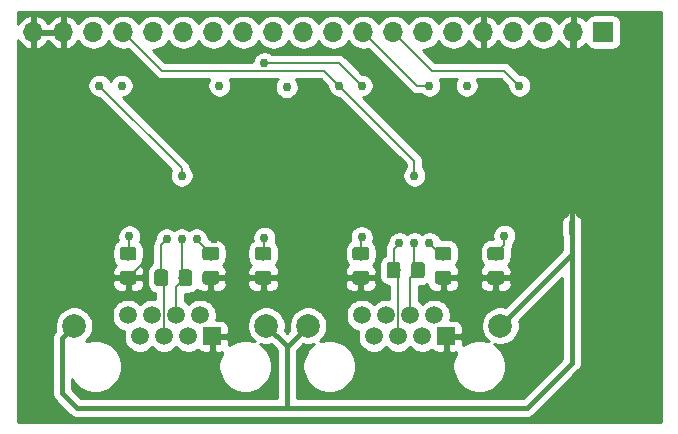
<source format=gbr>
G04 #@! TF.GenerationSoftware,KiCad,Pcbnew,(5.1.4-0)*
G04 #@! TF.CreationDate,2019-10-27T21:21:17-04:00*
G04 #@! TF.ProjectId,DifferentialSPIMaster,44696666-6572-4656-9e74-69616c535049,rev?*
G04 #@! TF.SameCoordinates,Original*
G04 #@! TF.FileFunction,Copper,L2,Bot*
G04 #@! TF.FilePolarity,Positive*
%FSLAX46Y46*%
G04 Gerber Fmt 4.6, Leading zero omitted, Abs format (unit mm)*
G04 Created by KiCad (PCBNEW (5.1.4-0)) date 2019-10-27 21:21:17*
%MOMM*%
%LPD*%
G04 APERTURE LIST*
%ADD10C,0.100000*%
%ADD11C,0.500000*%
%ADD12C,1.150000*%
%ADD13C,2.000000*%
%ADD14C,1.500000*%
%ADD15R,1.500000X1.500000*%
%ADD16R,1.700000X1.700000*%
%ADD17O,1.700000X1.700000*%
%ADD18C,0.762000*%
%ADD19C,0.203200*%
%ADD20C,0.406400*%
%ADD21C,0.254000*%
G04 APERTURE END LIST*
D10*
G36*
X141720000Y-106630000D02*
G01*
X141720000Y-105630000D01*
X141220000Y-105630000D01*
X141220000Y-106630000D01*
X141720000Y-106630000D01*
G37*
D11*
X141470000Y-106630000D03*
X141470000Y-105630000D03*
D10*
G36*
X126734505Y-109001204D02*
G01*
X126758773Y-109004804D01*
X126782572Y-109010765D01*
X126805671Y-109019030D01*
X126827850Y-109029520D01*
X126848893Y-109042132D01*
X126868599Y-109056747D01*
X126886777Y-109073223D01*
X126903253Y-109091401D01*
X126917868Y-109111107D01*
X126930480Y-109132150D01*
X126940970Y-109154329D01*
X126949235Y-109177428D01*
X126955196Y-109201227D01*
X126958796Y-109225495D01*
X126960000Y-109249999D01*
X126960000Y-110150001D01*
X126958796Y-110174505D01*
X126955196Y-110198773D01*
X126949235Y-110222572D01*
X126940970Y-110245671D01*
X126930480Y-110267850D01*
X126917868Y-110288893D01*
X126903253Y-110308599D01*
X126886777Y-110326777D01*
X126868599Y-110343253D01*
X126848893Y-110357868D01*
X126827850Y-110370480D01*
X126805671Y-110380970D01*
X126782572Y-110389235D01*
X126758773Y-110395196D01*
X126734505Y-110398796D01*
X126710001Y-110400000D01*
X126059999Y-110400000D01*
X126035495Y-110398796D01*
X126011227Y-110395196D01*
X125987428Y-110389235D01*
X125964329Y-110380970D01*
X125942150Y-110370480D01*
X125921107Y-110357868D01*
X125901401Y-110343253D01*
X125883223Y-110326777D01*
X125866747Y-110308599D01*
X125852132Y-110288893D01*
X125839520Y-110267850D01*
X125829030Y-110245671D01*
X125820765Y-110222572D01*
X125814804Y-110198773D01*
X125811204Y-110174505D01*
X125810000Y-110150001D01*
X125810000Y-109249999D01*
X125811204Y-109225495D01*
X125814804Y-109201227D01*
X125820765Y-109177428D01*
X125829030Y-109154329D01*
X125839520Y-109132150D01*
X125852132Y-109111107D01*
X125866747Y-109091401D01*
X125883223Y-109073223D01*
X125901401Y-109056747D01*
X125921107Y-109042132D01*
X125942150Y-109029520D01*
X125964329Y-109019030D01*
X125987428Y-109010765D01*
X126011227Y-109004804D01*
X126035495Y-109001204D01*
X126059999Y-109000000D01*
X126710001Y-109000000D01*
X126734505Y-109001204D01*
X126734505Y-109001204D01*
G37*
D12*
X126385000Y-109700000D03*
D10*
G36*
X128784505Y-109001204D02*
G01*
X128808773Y-109004804D01*
X128832572Y-109010765D01*
X128855671Y-109019030D01*
X128877850Y-109029520D01*
X128898893Y-109042132D01*
X128918599Y-109056747D01*
X128936777Y-109073223D01*
X128953253Y-109091401D01*
X128967868Y-109111107D01*
X128980480Y-109132150D01*
X128990970Y-109154329D01*
X128999235Y-109177428D01*
X129005196Y-109201227D01*
X129008796Y-109225495D01*
X129010000Y-109249999D01*
X129010000Y-110150001D01*
X129008796Y-110174505D01*
X129005196Y-110198773D01*
X128999235Y-110222572D01*
X128990970Y-110245671D01*
X128980480Y-110267850D01*
X128967868Y-110288893D01*
X128953253Y-110308599D01*
X128936777Y-110326777D01*
X128918599Y-110343253D01*
X128898893Y-110357868D01*
X128877850Y-110370480D01*
X128855671Y-110380970D01*
X128832572Y-110389235D01*
X128808773Y-110395196D01*
X128784505Y-110398796D01*
X128760001Y-110400000D01*
X128109999Y-110400000D01*
X128085495Y-110398796D01*
X128061227Y-110395196D01*
X128037428Y-110389235D01*
X128014329Y-110380970D01*
X127992150Y-110370480D01*
X127971107Y-110357868D01*
X127951401Y-110343253D01*
X127933223Y-110326777D01*
X127916747Y-110308599D01*
X127902132Y-110288893D01*
X127889520Y-110267850D01*
X127879030Y-110245671D01*
X127870765Y-110222572D01*
X127864804Y-110198773D01*
X127861204Y-110174505D01*
X127860000Y-110150001D01*
X127860000Y-109249999D01*
X127861204Y-109225495D01*
X127864804Y-109201227D01*
X127870765Y-109177428D01*
X127879030Y-109154329D01*
X127889520Y-109132150D01*
X127902132Y-109111107D01*
X127916747Y-109091401D01*
X127933223Y-109073223D01*
X127951401Y-109056747D01*
X127971107Y-109042132D01*
X127992150Y-109029520D01*
X128014329Y-109019030D01*
X128037428Y-109010765D01*
X128061227Y-109004804D01*
X128085495Y-109001204D01*
X128109999Y-109000000D01*
X128760001Y-109000000D01*
X128784505Y-109001204D01*
X128784505Y-109001204D01*
G37*
D12*
X128435000Y-109700000D03*
D10*
G36*
X135504505Y-107711204D02*
G01*
X135528773Y-107714804D01*
X135552572Y-107720765D01*
X135575671Y-107729030D01*
X135597850Y-107739520D01*
X135618893Y-107752132D01*
X135638599Y-107766747D01*
X135656777Y-107783223D01*
X135673253Y-107801401D01*
X135687868Y-107821107D01*
X135700480Y-107842150D01*
X135710970Y-107864329D01*
X135719235Y-107887428D01*
X135725196Y-107911227D01*
X135728796Y-107935495D01*
X135730000Y-107959999D01*
X135730000Y-108610001D01*
X135728796Y-108634505D01*
X135725196Y-108658773D01*
X135719235Y-108682572D01*
X135710970Y-108705671D01*
X135700480Y-108727850D01*
X135687868Y-108748893D01*
X135673253Y-108768599D01*
X135656777Y-108786777D01*
X135638599Y-108803253D01*
X135618893Y-108817868D01*
X135597850Y-108830480D01*
X135575671Y-108840970D01*
X135552572Y-108849235D01*
X135528773Y-108855196D01*
X135504505Y-108858796D01*
X135480001Y-108860000D01*
X134579999Y-108860000D01*
X134555495Y-108858796D01*
X134531227Y-108855196D01*
X134507428Y-108849235D01*
X134484329Y-108840970D01*
X134462150Y-108830480D01*
X134441107Y-108817868D01*
X134421401Y-108803253D01*
X134403223Y-108786777D01*
X134386747Y-108768599D01*
X134372132Y-108748893D01*
X134359520Y-108727850D01*
X134349030Y-108705671D01*
X134340765Y-108682572D01*
X134334804Y-108658773D01*
X134331204Y-108634505D01*
X134330000Y-108610001D01*
X134330000Y-107959999D01*
X134331204Y-107935495D01*
X134334804Y-107911227D01*
X134340765Y-107887428D01*
X134349030Y-107864329D01*
X134359520Y-107842150D01*
X134372132Y-107821107D01*
X134386747Y-107801401D01*
X134403223Y-107783223D01*
X134421401Y-107766747D01*
X134441107Y-107752132D01*
X134462150Y-107739520D01*
X134484329Y-107729030D01*
X134507428Y-107720765D01*
X134531227Y-107714804D01*
X134555495Y-107711204D01*
X134579999Y-107710000D01*
X135480001Y-107710000D01*
X135504505Y-107711204D01*
X135504505Y-107711204D01*
G37*
D12*
X135030000Y-108285000D03*
D10*
G36*
X135504505Y-109761204D02*
G01*
X135528773Y-109764804D01*
X135552572Y-109770765D01*
X135575671Y-109779030D01*
X135597850Y-109789520D01*
X135618893Y-109802132D01*
X135638599Y-109816747D01*
X135656777Y-109833223D01*
X135673253Y-109851401D01*
X135687868Y-109871107D01*
X135700480Y-109892150D01*
X135710970Y-109914329D01*
X135719235Y-109937428D01*
X135725196Y-109961227D01*
X135728796Y-109985495D01*
X135730000Y-110009999D01*
X135730000Y-110660001D01*
X135728796Y-110684505D01*
X135725196Y-110708773D01*
X135719235Y-110732572D01*
X135710970Y-110755671D01*
X135700480Y-110777850D01*
X135687868Y-110798893D01*
X135673253Y-110818599D01*
X135656777Y-110836777D01*
X135638599Y-110853253D01*
X135618893Y-110867868D01*
X135597850Y-110880480D01*
X135575671Y-110890970D01*
X135552572Y-110899235D01*
X135528773Y-110905196D01*
X135504505Y-110908796D01*
X135480001Y-110910000D01*
X134579999Y-110910000D01*
X134555495Y-110908796D01*
X134531227Y-110905196D01*
X134507428Y-110899235D01*
X134484329Y-110890970D01*
X134462150Y-110880480D01*
X134441107Y-110867868D01*
X134421401Y-110853253D01*
X134403223Y-110836777D01*
X134386747Y-110818599D01*
X134372132Y-110798893D01*
X134359520Y-110777850D01*
X134349030Y-110755671D01*
X134340765Y-110732572D01*
X134334804Y-110708773D01*
X134331204Y-110684505D01*
X134330000Y-110660001D01*
X134330000Y-110009999D01*
X134331204Y-109985495D01*
X134334804Y-109961227D01*
X134340765Y-109937428D01*
X134349030Y-109914329D01*
X134359520Y-109892150D01*
X134372132Y-109871107D01*
X134386747Y-109851401D01*
X134403223Y-109833223D01*
X134421401Y-109816747D01*
X134441107Y-109802132D01*
X134462150Y-109789520D01*
X134484329Y-109779030D01*
X134507428Y-109770765D01*
X134531227Y-109764804D01*
X134555495Y-109761204D01*
X134579999Y-109760000D01*
X135480001Y-109760000D01*
X135504505Y-109761204D01*
X135504505Y-109761204D01*
G37*
D12*
X135030000Y-110335000D03*
D10*
G36*
X131059505Y-107711204D02*
G01*
X131083773Y-107714804D01*
X131107572Y-107720765D01*
X131130671Y-107729030D01*
X131152850Y-107739520D01*
X131173893Y-107752132D01*
X131193599Y-107766747D01*
X131211777Y-107783223D01*
X131228253Y-107801401D01*
X131242868Y-107821107D01*
X131255480Y-107842150D01*
X131265970Y-107864329D01*
X131274235Y-107887428D01*
X131280196Y-107911227D01*
X131283796Y-107935495D01*
X131285000Y-107959999D01*
X131285000Y-108610001D01*
X131283796Y-108634505D01*
X131280196Y-108658773D01*
X131274235Y-108682572D01*
X131265970Y-108705671D01*
X131255480Y-108727850D01*
X131242868Y-108748893D01*
X131228253Y-108768599D01*
X131211777Y-108786777D01*
X131193599Y-108803253D01*
X131173893Y-108817868D01*
X131152850Y-108830480D01*
X131130671Y-108840970D01*
X131107572Y-108849235D01*
X131083773Y-108855196D01*
X131059505Y-108858796D01*
X131035001Y-108860000D01*
X130134999Y-108860000D01*
X130110495Y-108858796D01*
X130086227Y-108855196D01*
X130062428Y-108849235D01*
X130039329Y-108840970D01*
X130017150Y-108830480D01*
X129996107Y-108817868D01*
X129976401Y-108803253D01*
X129958223Y-108786777D01*
X129941747Y-108768599D01*
X129927132Y-108748893D01*
X129914520Y-108727850D01*
X129904030Y-108705671D01*
X129895765Y-108682572D01*
X129889804Y-108658773D01*
X129886204Y-108634505D01*
X129885000Y-108610001D01*
X129885000Y-107959999D01*
X129886204Y-107935495D01*
X129889804Y-107911227D01*
X129895765Y-107887428D01*
X129904030Y-107864329D01*
X129914520Y-107842150D01*
X129927132Y-107821107D01*
X129941747Y-107801401D01*
X129958223Y-107783223D01*
X129976401Y-107766747D01*
X129996107Y-107752132D01*
X130017150Y-107739520D01*
X130039329Y-107729030D01*
X130062428Y-107720765D01*
X130086227Y-107714804D01*
X130110495Y-107711204D01*
X130134999Y-107710000D01*
X131035001Y-107710000D01*
X131059505Y-107711204D01*
X131059505Y-107711204D01*
G37*
D12*
X130585000Y-108285000D03*
D10*
G36*
X131059505Y-109761204D02*
G01*
X131083773Y-109764804D01*
X131107572Y-109770765D01*
X131130671Y-109779030D01*
X131152850Y-109789520D01*
X131173893Y-109802132D01*
X131193599Y-109816747D01*
X131211777Y-109833223D01*
X131228253Y-109851401D01*
X131242868Y-109871107D01*
X131255480Y-109892150D01*
X131265970Y-109914329D01*
X131274235Y-109937428D01*
X131280196Y-109961227D01*
X131283796Y-109985495D01*
X131285000Y-110009999D01*
X131285000Y-110660001D01*
X131283796Y-110684505D01*
X131280196Y-110708773D01*
X131274235Y-110732572D01*
X131265970Y-110755671D01*
X131255480Y-110777850D01*
X131242868Y-110798893D01*
X131228253Y-110818599D01*
X131211777Y-110836777D01*
X131193599Y-110853253D01*
X131173893Y-110867868D01*
X131152850Y-110880480D01*
X131130671Y-110890970D01*
X131107572Y-110899235D01*
X131083773Y-110905196D01*
X131059505Y-110908796D01*
X131035001Y-110910000D01*
X130134999Y-110910000D01*
X130110495Y-110908796D01*
X130086227Y-110905196D01*
X130062428Y-110899235D01*
X130039329Y-110890970D01*
X130017150Y-110880480D01*
X129996107Y-110867868D01*
X129976401Y-110853253D01*
X129958223Y-110836777D01*
X129941747Y-110818599D01*
X129927132Y-110798893D01*
X129914520Y-110777850D01*
X129904030Y-110755671D01*
X129895765Y-110732572D01*
X129889804Y-110708773D01*
X129886204Y-110684505D01*
X129885000Y-110660001D01*
X129885000Y-110009999D01*
X129886204Y-109985495D01*
X129889804Y-109961227D01*
X129895765Y-109937428D01*
X129904030Y-109914329D01*
X129914520Y-109892150D01*
X129927132Y-109871107D01*
X129941747Y-109851401D01*
X129958223Y-109833223D01*
X129976401Y-109816747D01*
X129996107Y-109802132D01*
X130017150Y-109789520D01*
X130039329Y-109779030D01*
X130062428Y-109770765D01*
X130086227Y-109764804D01*
X130110495Y-109761204D01*
X130134999Y-109760000D01*
X131035001Y-109760000D01*
X131059505Y-109761204D01*
X131059505Y-109761204D01*
G37*
D12*
X130585000Y-110335000D03*
D10*
G36*
X124074505Y-109761204D02*
G01*
X124098773Y-109764804D01*
X124122572Y-109770765D01*
X124145671Y-109779030D01*
X124167850Y-109789520D01*
X124188893Y-109802132D01*
X124208599Y-109816747D01*
X124226777Y-109833223D01*
X124243253Y-109851401D01*
X124257868Y-109871107D01*
X124270480Y-109892150D01*
X124280970Y-109914329D01*
X124289235Y-109937428D01*
X124295196Y-109961227D01*
X124298796Y-109985495D01*
X124300000Y-110009999D01*
X124300000Y-110660001D01*
X124298796Y-110684505D01*
X124295196Y-110708773D01*
X124289235Y-110732572D01*
X124280970Y-110755671D01*
X124270480Y-110777850D01*
X124257868Y-110798893D01*
X124243253Y-110818599D01*
X124226777Y-110836777D01*
X124208599Y-110853253D01*
X124188893Y-110867868D01*
X124167850Y-110880480D01*
X124145671Y-110890970D01*
X124122572Y-110899235D01*
X124098773Y-110905196D01*
X124074505Y-110908796D01*
X124050001Y-110910000D01*
X123149999Y-110910000D01*
X123125495Y-110908796D01*
X123101227Y-110905196D01*
X123077428Y-110899235D01*
X123054329Y-110890970D01*
X123032150Y-110880480D01*
X123011107Y-110867868D01*
X122991401Y-110853253D01*
X122973223Y-110836777D01*
X122956747Y-110818599D01*
X122942132Y-110798893D01*
X122929520Y-110777850D01*
X122919030Y-110755671D01*
X122910765Y-110732572D01*
X122904804Y-110708773D01*
X122901204Y-110684505D01*
X122900000Y-110660001D01*
X122900000Y-110009999D01*
X122901204Y-109985495D01*
X122904804Y-109961227D01*
X122910765Y-109937428D01*
X122919030Y-109914329D01*
X122929520Y-109892150D01*
X122942132Y-109871107D01*
X122956747Y-109851401D01*
X122973223Y-109833223D01*
X122991401Y-109816747D01*
X123011107Y-109802132D01*
X123032150Y-109789520D01*
X123054329Y-109779030D01*
X123077428Y-109770765D01*
X123101227Y-109764804D01*
X123125495Y-109761204D01*
X123149999Y-109760000D01*
X124050001Y-109760000D01*
X124074505Y-109761204D01*
X124074505Y-109761204D01*
G37*
D12*
X123600000Y-110335000D03*
D10*
G36*
X124074505Y-107711204D02*
G01*
X124098773Y-107714804D01*
X124122572Y-107720765D01*
X124145671Y-107729030D01*
X124167850Y-107739520D01*
X124188893Y-107752132D01*
X124208599Y-107766747D01*
X124226777Y-107783223D01*
X124243253Y-107801401D01*
X124257868Y-107821107D01*
X124270480Y-107842150D01*
X124280970Y-107864329D01*
X124289235Y-107887428D01*
X124295196Y-107911227D01*
X124298796Y-107935495D01*
X124300000Y-107959999D01*
X124300000Y-108610001D01*
X124298796Y-108634505D01*
X124295196Y-108658773D01*
X124289235Y-108682572D01*
X124280970Y-108705671D01*
X124270480Y-108727850D01*
X124257868Y-108748893D01*
X124243253Y-108768599D01*
X124226777Y-108786777D01*
X124208599Y-108803253D01*
X124188893Y-108817868D01*
X124167850Y-108830480D01*
X124145671Y-108840970D01*
X124122572Y-108849235D01*
X124098773Y-108855196D01*
X124074505Y-108858796D01*
X124050001Y-108860000D01*
X123149999Y-108860000D01*
X123125495Y-108858796D01*
X123101227Y-108855196D01*
X123077428Y-108849235D01*
X123054329Y-108840970D01*
X123032150Y-108830480D01*
X123011107Y-108817868D01*
X122991401Y-108803253D01*
X122973223Y-108786777D01*
X122956747Y-108768599D01*
X122942132Y-108748893D01*
X122929520Y-108727850D01*
X122919030Y-108705671D01*
X122910765Y-108682572D01*
X122904804Y-108658773D01*
X122901204Y-108634505D01*
X122900000Y-108610001D01*
X122900000Y-107959999D01*
X122901204Y-107935495D01*
X122904804Y-107911227D01*
X122910765Y-107887428D01*
X122919030Y-107864329D01*
X122929520Y-107842150D01*
X122942132Y-107821107D01*
X122956747Y-107801401D01*
X122973223Y-107783223D01*
X122991401Y-107766747D01*
X123011107Y-107752132D01*
X123032150Y-107739520D01*
X123054329Y-107729030D01*
X123077428Y-107720765D01*
X123101227Y-107714804D01*
X123125495Y-107711204D01*
X123149999Y-107710000D01*
X124050001Y-107710000D01*
X124074505Y-107711204D01*
X124074505Y-107711204D01*
G37*
D12*
X123600000Y-108285000D03*
D10*
G36*
X111374505Y-107711204D02*
G01*
X111398773Y-107714804D01*
X111422572Y-107720765D01*
X111445671Y-107729030D01*
X111467850Y-107739520D01*
X111488893Y-107752132D01*
X111508599Y-107766747D01*
X111526777Y-107783223D01*
X111543253Y-107801401D01*
X111557868Y-107821107D01*
X111570480Y-107842150D01*
X111580970Y-107864329D01*
X111589235Y-107887428D01*
X111595196Y-107911227D01*
X111598796Y-107935495D01*
X111600000Y-107959999D01*
X111600000Y-108610001D01*
X111598796Y-108634505D01*
X111595196Y-108658773D01*
X111589235Y-108682572D01*
X111580970Y-108705671D01*
X111570480Y-108727850D01*
X111557868Y-108748893D01*
X111543253Y-108768599D01*
X111526777Y-108786777D01*
X111508599Y-108803253D01*
X111488893Y-108817868D01*
X111467850Y-108830480D01*
X111445671Y-108840970D01*
X111422572Y-108849235D01*
X111398773Y-108855196D01*
X111374505Y-108858796D01*
X111350001Y-108860000D01*
X110449999Y-108860000D01*
X110425495Y-108858796D01*
X110401227Y-108855196D01*
X110377428Y-108849235D01*
X110354329Y-108840970D01*
X110332150Y-108830480D01*
X110311107Y-108817868D01*
X110291401Y-108803253D01*
X110273223Y-108786777D01*
X110256747Y-108768599D01*
X110242132Y-108748893D01*
X110229520Y-108727850D01*
X110219030Y-108705671D01*
X110210765Y-108682572D01*
X110204804Y-108658773D01*
X110201204Y-108634505D01*
X110200000Y-108610001D01*
X110200000Y-107959999D01*
X110201204Y-107935495D01*
X110204804Y-107911227D01*
X110210765Y-107887428D01*
X110219030Y-107864329D01*
X110229520Y-107842150D01*
X110242132Y-107821107D01*
X110256747Y-107801401D01*
X110273223Y-107783223D01*
X110291401Y-107766747D01*
X110311107Y-107752132D01*
X110332150Y-107739520D01*
X110354329Y-107729030D01*
X110377428Y-107720765D01*
X110401227Y-107714804D01*
X110425495Y-107711204D01*
X110449999Y-107710000D01*
X111350001Y-107710000D01*
X111374505Y-107711204D01*
X111374505Y-107711204D01*
G37*
D12*
X110900000Y-108285000D03*
D10*
G36*
X111374505Y-109761204D02*
G01*
X111398773Y-109764804D01*
X111422572Y-109770765D01*
X111445671Y-109779030D01*
X111467850Y-109789520D01*
X111488893Y-109802132D01*
X111508599Y-109816747D01*
X111526777Y-109833223D01*
X111543253Y-109851401D01*
X111557868Y-109871107D01*
X111570480Y-109892150D01*
X111580970Y-109914329D01*
X111589235Y-109937428D01*
X111595196Y-109961227D01*
X111598796Y-109985495D01*
X111600000Y-110009999D01*
X111600000Y-110660001D01*
X111598796Y-110684505D01*
X111595196Y-110708773D01*
X111589235Y-110732572D01*
X111580970Y-110755671D01*
X111570480Y-110777850D01*
X111557868Y-110798893D01*
X111543253Y-110818599D01*
X111526777Y-110836777D01*
X111508599Y-110853253D01*
X111488893Y-110867868D01*
X111467850Y-110880480D01*
X111445671Y-110890970D01*
X111422572Y-110899235D01*
X111398773Y-110905196D01*
X111374505Y-110908796D01*
X111350001Y-110910000D01*
X110449999Y-110910000D01*
X110425495Y-110908796D01*
X110401227Y-110905196D01*
X110377428Y-110899235D01*
X110354329Y-110890970D01*
X110332150Y-110880480D01*
X110311107Y-110867868D01*
X110291401Y-110853253D01*
X110273223Y-110836777D01*
X110256747Y-110818599D01*
X110242132Y-110798893D01*
X110229520Y-110777850D01*
X110219030Y-110755671D01*
X110210765Y-110732572D01*
X110204804Y-110708773D01*
X110201204Y-110684505D01*
X110200000Y-110660001D01*
X110200000Y-110009999D01*
X110201204Y-109985495D01*
X110204804Y-109961227D01*
X110210765Y-109937428D01*
X110219030Y-109914329D01*
X110229520Y-109892150D01*
X110242132Y-109871107D01*
X110256747Y-109851401D01*
X110273223Y-109833223D01*
X110291401Y-109816747D01*
X110311107Y-109802132D01*
X110332150Y-109789520D01*
X110354329Y-109779030D01*
X110377428Y-109770765D01*
X110401227Y-109764804D01*
X110425495Y-109761204D01*
X110449999Y-109760000D01*
X111350001Y-109760000D01*
X111374505Y-109761204D01*
X111374505Y-109761204D01*
G37*
D12*
X110900000Y-110335000D03*
D10*
G36*
X115819505Y-109761204D02*
G01*
X115843773Y-109764804D01*
X115867572Y-109770765D01*
X115890671Y-109779030D01*
X115912850Y-109789520D01*
X115933893Y-109802132D01*
X115953599Y-109816747D01*
X115971777Y-109833223D01*
X115988253Y-109851401D01*
X116002868Y-109871107D01*
X116015480Y-109892150D01*
X116025970Y-109914329D01*
X116034235Y-109937428D01*
X116040196Y-109961227D01*
X116043796Y-109985495D01*
X116045000Y-110009999D01*
X116045000Y-110660001D01*
X116043796Y-110684505D01*
X116040196Y-110708773D01*
X116034235Y-110732572D01*
X116025970Y-110755671D01*
X116015480Y-110777850D01*
X116002868Y-110798893D01*
X115988253Y-110818599D01*
X115971777Y-110836777D01*
X115953599Y-110853253D01*
X115933893Y-110867868D01*
X115912850Y-110880480D01*
X115890671Y-110890970D01*
X115867572Y-110899235D01*
X115843773Y-110905196D01*
X115819505Y-110908796D01*
X115795001Y-110910000D01*
X114894999Y-110910000D01*
X114870495Y-110908796D01*
X114846227Y-110905196D01*
X114822428Y-110899235D01*
X114799329Y-110890970D01*
X114777150Y-110880480D01*
X114756107Y-110867868D01*
X114736401Y-110853253D01*
X114718223Y-110836777D01*
X114701747Y-110818599D01*
X114687132Y-110798893D01*
X114674520Y-110777850D01*
X114664030Y-110755671D01*
X114655765Y-110732572D01*
X114649804Y-110708773D01*
X114646204Y-110684505D01*
X114645000Y-110660001D01*
X114645000Y-110009999D01*
X114646204Y-109985495D01*
X114649804Y-109961227D01*
X114655765Y-109937428D01*
X114664030Y-109914329D01*
X114674520Y-109892150D01*
X114687132Y-109871107D01*
X114701747Y-109851401D01*
X114718223Y-109833223D01*
X114736401Y-109816747D01*
X114756107Y-109802132D01*
X114777150Y-109789520D01*
X114799329Y-109779030D01*
X114822428Y-109770765D01*
X114846227Y-109764804D01*
X114870495Y-109761204D01*
X114894999Y-109760000D01*
X115795001Y-109760000D01*
X115819505Y-109761204D01*
X115819505Y-109761204D01*
G37*
D12*
X115345000Y-110335000D03*
D10*
G36*
X115819505Y-107711204D02*
G01*
X115843773Y-107714804D01*
X115867572Y-107720765D01*
X115890671Y-107729030D01*
X115912850Y-107739520D01*
X115933893Y-107752132D01*
X115953599Y-107766747D01*
X115971777Y-107783223D01*
X115988253Y-107801401D01*
X116002868Y-107821107D01*
X116015480Y-107842150D01*
X116025970Y-107864329D01*
X116034235Y-107887428D01*
X116040196Y-107911227D01*
X116043796Y-107935495D01*
X116045000Y-107959999D01*
X116045000Y-108610001D01*
X116043796Y-108634505D01*
X116040196Y-108658773D01*
X116034235Y-108682572D01*
X116025970Y-108705671D01*
X116015480Y-108727850D01*
X116002868Y-108748893D01*
X115988253Y-108768599D01*
X115971777Y-108786777D01*
X115953599Y-108803253D01*
X115933893Y-108817868D01*
X115912850Y-108830480D01*
X115890671Y-108840970D01*
X115867572Y-108849235D01*
X115843773Y-108855196D01*
X115819505Y-108858796D01*
X115795001Y-108860000D01*
X114894999Y-108860000D01*
X114870495Y-108858796D01*
X114846227Y-108855196D01*
X114822428Y-108849235D01*
X114799329Y-108840970D01*
X114777150Y-108830480D01*
X114756107Y-108817868D01*
X114736401Y-108803253D01*
X114718223Y-108786777D01*
X114701747Y-108768599D01*
X114687132Y-108748893D01*
X114674520Y-108727850D01*
X114664030Y-108705671D01*
X114655765Y-108682572D01*
X114649804Y-108658773D01*
X114646204Y-108634505D01*
X114645000Y-108610001D01*
X114645000Y-107959999D01*
X114646204Y-107935495D01*
X114649804Y-107911227D01*
X114655765Y-107887428D01*
X114664030Y-107864329D01*
X114674520Y-107842150D01*
X114687132Y-107821107D01*
X114701747Y-107801401D01*
X114718223Y-107783223D01*
X114736401Y-107766747D01*
X114756107Y-107752132D01*
X114777150Y-107739520D01*
X114799329Y-107729030D01*
X114822428Y-107720765D01*
X114846227Y-107714804D01*
X114870495Y-107711204D01*
X114894999Y-107710000D01*
X115795001Y-107710000D01*
X115819505Y-107711204D01*
X115819505Y-107711204D01*
G37*
D12*
X115345000Y-108285000D03*
D13*
X135409000Y-114398000D03*
X119149000Y-114398000D03*
D14*
X123699000Y-113508000D03*
X125739000Y-113508000D03*
X127779000Y-113508000D03*
X129819000Y-113508000D03*
X124719000Y-115288000D03*
X126759000Y-115288000D03*
X128799000Y-115288000D03*
D15*
X130839000Y-115288000D03*
D10*
G36*
X104389505Y-109761204D02*
G01*
X104413773Y-109764804D01*
X104437572Y-109770765D01*
X104460671Y-109779030D01*
X104482850Y-109789520D01*
X104503893Y-109802132D01*
X104523599Y-109816747D01*
X104541777Y-109833223D01*
X104558253Y-109851401D01*
X104572868Y-109871107D01*
X104585480Y-109892150D01*
X104595970Y-109914329D01*
X104604235Y-109937428D01*
X104610196Y-109961227D01*
X104613796Y-109985495D01*
X104615000Y-110009999D01*
X104615000Y-110660001D01*
X104613796Y-110684505D01*
X104610196Y-110708773D01*
X104604235Y-110732572D01*
X104595970Y-110755671D01*
X104585480Y-110777850D01*
X104572868Y-110798893D01*
X104558253Y-110818599D01*
X104541777Y-110836777D01*
X104523599Y-110853253D01*
X104503893Y-110867868D01*
X104482850Y-110880480D01*
X104460671Y-110890970D01*
X104437572Y-110899235D01*
X104413773Y-110905196D01*
X104389505Y-110908796D01*
X104365001Y-110910000D01*
X103464999Y-110910000D01*
X103440495Y-110908796D01*
X103416227Y-110905196D01*
X103392428Y-110899235D01*
X103369329Y-110890970D01*
X103347150Y-110880480D01*
X103326107Y-110867868D01*
X103306401Y-110853253D01*
X103288223Y-110836777D01*
X103271747Y-110818599D01*
X103257132Y-110798893D01*
X103244520Y-110777850D01*
X103234030Y-110755671D01*
X103225765Y-110732572D01*
X103219804Y-110708773D01*
X103216204Y-110684505D01*
X103215000Y-110660001D01*
X103215000Y-110009999D01*
X103216204Y-109985495D01*
X103219804Y-109961227D01*
X103225765Y-109937428D01*
X103234030Y-109914329D01*
X103244520Y-109892150D01*
X103257132Y-109871107D01*
X103271747Y-109851401D01*
X103288223Y-109833223D01*
X103306401Y-109816747D01*
X103326107Y-109802132D01*
X103347150Y-109789520D01*
X103369329Y-109779030D01*
X103392428Y-109770765D01*
X103416227Y-109764804D01*
X103440495Y-109761204D01*
X103464999Y-109760000D01*
X104365001Y-109760000D01*
X104389505Y-109761204D01*
X104389505Y-109761204D01*
G37*
D12*
X103915000Y-110335000D03*
D10*
G36*
X104389505Y-107711204D02*
G01*
X104413773Y-107714804D01*
X104437572Y-107720765D01*
X104460671Y-107729030D01*
X104482850Y-107739520D01*
X104503893Y-107752132D01*
X104523599Y-107766747D01*
X104541777Y-107783223D01*
X104558253Y-107801401D01*
X104572868Y-107821107D01*
X104585480Y-107842150D01*
X104595970Y-107864329D01*
X104604235Y-107887428D01*
X104610196Y-107911227D01*
X104613796Y-107935495D01*
X104615000Y-107959999D01*
X104615000Y-108610001D01*
X104613796Y-108634505D01*
X104610196Y-108658773D01*
X104604235Y-108682572D01*
X104595970Y-108705671D01*
X104585480Y-108727850D01*
X104572868Y-108748893D01*
X104558253Y-108768599D01*
X104541777Y-108786777D01*
X104523599Y-108803253D01*
X104503893Y-108817868D01*
X104482850Y-108830480D01*
X104460671Y-108840970D01*
X104437572Y-108849235D01*
X104413773Y-108855196D01*
X104389505Y-108858796D01*
X104365001Y-108860000D01*
X103464999Y-108860000D01*
X103440495Y-108858796D01*
X103416227Y-108855196D01*
X103392428Y-108849235D01*
X103369329Y-108840970D01*
X103347150Y-108830480D01*
X103326107Y-108817868D01*
X103306401Y-108803253D01*
X103288223Y-108786777D01*
X103271747Y-108768599D01*
X103257132Y-108748893D01*
X103244520Y-108727850D01*
X103234030Y-108705671D01*
X103225765Y-108682572D01*
X103219804Y-108658773D01*
X103216204Y-108634505D01*
X103215000Y-108610001D01*
X103215000Y-107959999D01*
X103216204Y-107935495D01*
X103219804Y-107911227D01*
X103225765Y-107887428D01*
X103234030Y-107864329D01*
X103244520Y-107842150D01*
X103257132Y-107821107D01*
X103271747Y-107801401D01*
X103288223Y-107783223D01*
X103306401Y-107766747D01*
X103326107Y-107752132D01*
X103347150Y-107739520D01*
X103369329Y-107729030D01*
X103392428Y-107720765D01*
X103416227Y-107714804D01*
X103440495Y-107711204D01*
X103464999Y-107710000D01*
X104365001Y-107710000D01*
X104389505Y-107711204D01*
X104389505Y-107711204D01*
G37*
D12*
X103915000Y-108285000D03*
D13*
X115597000Y-114398000D03*
X99337000Y-114398000D03*
D14*
X103887000Y-113508000D03*
X105927000Y-113508000D03*
X107967000Y-113508000D03*
X110007000Y-113508000D03*
X104907000Y-115288000D03*
X106947000Y-115288000D03*
X108987000Y-115288000D03*
D15*
X111027000Y-115288000D03*
D16*
X144145000Y-89535000D03*
D17*
X141605000Y-89535000D03*
X139065000Y-89535000D03*
X136525000Y-89535000D03*
X133985000Y-89535000D03*
X131445000Y-89535000D03*
X128905000Y-89535000D03*
X126365000Y-89535000D03*
X123825000Y-89535000D03*
X121285000Y-89535000D03*
X118745000Y-89535000D03*
X116205000Y-89535000D03*
X113665000Y-89535000D03*
X111125000Y-89535000D03*
X108585000Y-89535000D03*
X106045000Y-89535000D03*
X103505000Y-89535000D03*
X100965000Y-89535000D03*
X98425000Y-89535000D03*
X95885000Y-89535000D03*
D10*
G36*
X109099505Y-109636204D02*
G01*
X109123773Y-109639804D01*
X109147572Y-109645765D01*
X109170671Y-109654030D01*
X109192850Y-109664520D01*
X109213893Y-109677132D01*
X109233599Y-109691747D01*
X109251777Y-109708223D01*
X109268253Y-109726401D01*
X109282868Y-109746107D01*
X109295480Y-109767150D01*
X109305970Y-109789329D01*
X109314235Y-109812428D01*
X109320196Y-109836227D01*
X109323796Y-109860495D01*
X109325000Y-109884999D01*
X109325000Y-110785001D01*
X109323796Y-110809505D01*
X109320196Y-110833773D01*
X109314235Y-110857572D01*
X109305970Y-110880671D01*
X109295480Y-110902850D01*
X109282868Y-110923893D01*
X109268253Y-110943599D01*
X109251777Y-110961777D01*
X109233599Y-110978253D01*
X109213893Y-110992868D01*
X109192850Y-111005480D01*
X109170671Y-111015970D01*
X109147572Y-111024235D01*
X109123773Y-111030196D01*
X109099505Y-111033796D01*
X109075001Y-111035000D01*
X108424999Y-111035000D01*
X108400495Y-111033796D01*
X108376227Y-111030196D01*
X108352428Y-111024235D01*
X108329329Y-111015970D01*
X108307150Y-111005480D01*
X108286107Y-110992868D01*
X108266401Y-110978253D01*
X108248223Y-110961777D01*
X108231747Y-110943599D01*
X108217132Y-110923893D01*
X108204520Y-110902850D01*
X108194030Y-110880671D01*
X108185765Y-110857572D01*
X108179804Y-110833773D01*
X108176204Y-110809505D01*
X108175000Y-110785001D01*
X108175000Y-109884999D01*
X108176204Y-109860495D01*
X108179804Y-109836227D01*
X108185765Y-109812428D01*
X108194030Y-109789329D01*
X108204520Y-109767150D01*
X108217132Y-109746107D01*
X108231747Y-109726401D01*
X108248223Y-109708223D01*
X108266401Y-109691747D01*
X108286107Y-109677132D01*
X108307150Y-109664520D01*
X108329329Y-109654030D01*
X108352428Y-109645765D01*
X108376227Y-109639804D01*
X108400495Y-109636204D01*
X108424999Y-109635000D01*
X109075001Y-109635000D01*
X109099505Y-109636204D01*
X109099505Y-109636204D01*
G37*
D12*
X108750000Y-110335000D03*
D10*
G36*
X107049505Y-109636204D02*
G01*
X107073773Y-109639804D01*
X107097572Y-109645765D01*
X107120671Y-109654030D01*
X107142850Y-109664520D01*
X107163893Y-109677132D01*
X107183599Y-109691747D01*
X107201777Y-109708223D01*
X107218253Y-109726401D01*
X107232868Y-109746107D01*
X107245480Y-109767150D01*
X107255970Y-109789329D01*
X107264235Y-109812428D01*
X107270196Y-109836227D01*
X107273796Y-109860495D01*
X107275000Y-109884999D01*
X107275000Y-110785001D01*
X107273796Y-110809505D01*
X107270196Y-110833773D01*
X107264235Y-110857572D01*
X107255970Y-110880671D01*
X107245480Y-110902850D01*
X107232868Y-110923893D01*
X107218253Y-110943599D01*
X107201777Y-110961777D01*
X107183599Y-110978253D01*
X107163893Y-110992868D01*
X107142850Y-111005480D01*
X107120671Y-111015970D01*
X107097572Y-111024235D01*
X107073773Y-111030196D01*
X107049505Y-111033796D01*
X107025001Y-111035000D01*
X106374999Y-111035000D01*
X106350495Y-111033796D01*
X106326227Y-111030196D01*
X106302428Y-111024235D01*
X106279329Y-111015970D01*
X106257150Y-111005480D01*
X106236107Y-110992868D01*
X106216401Y-110978253D01*
X106198223Y-110961777D01*
X106181747Y-110943599D01*
X106167132Y-110923893D01*
X106154520Y-110902850D01*
X106144030Y-110880671D01*
X106135765Y-110857572D01*
X106129804Y-110833773D01*
X106126204Y-110809505D01*
X106125000Y-110785001D01*
X106125000Y-109884999D01*
X106126204Y-109860495D01*
X106129804Y-109836227D01*
X106135765Y-109812428D01*
X106144030Y-109789329D01*
X106154520Y-109767150D01*
X106167132Y-109746107D01*
X106181747Y-109726401D01*
X106198223Y-109708223D01*
X106216401Y-109691747D01*
X106236107Y-109677132D01*
X106257150Y-109664520D01*
X106279329Y-109654030D01*
X106302428Y-109645765D01*
X106326227Y-109639804D01*
X106350495Y-109636204D01*
X106374999Y-109635000D01*
X107025001Y-109635000D01*
X107049505Y-109636204D01*
X107049505Y-109636204D01*
G37*
D12*
X106700000Y-110335000D03*
D18*
X105402000Y-108860500D03*
X100195000Y-107019000D03*
X113198500Y-110335000D03*
X111180500Y-107082500D03*
X107180000Y-94001500D03*
X115435000Y-94065000D03*
X119880000Y-94192000D03*
X126928500Y-94128500D03*
X99560000Y-94065000D03*
X132820000Y-110335000D03*
X121785000Y-109940000D03*
X119880000Y-107400000D03*
X125595000Y-107400000D03*
X131310000Y-103590000D03*
X135120000Y-94065000D03*
X107180000Y-107082500D03*
X108450000Y-107082500D03*
X108450000Y-101685000D03*
X101465000Y-94065000D03*
X121785000Y-94065000D03*
X128135000Y-101685000D03*
X126865000Y-107400000D03*
X128135000Y-107400000D03*
X129405000Y-94065000D03*
X111625000Y-94065000D03*
X117340000Y-94192000D03*
X137025000Y-94065000D03*
X109720000Y-107082500D03*
X115435000Y-106955500D03*
X104005000Y-106828500D03*
X103370000Y-94065000D03*
X123690000Y-106892000D03*
X129405000Y-107400000D03*
X135755000Y-106765000D03*
X123690000Y-94065000D03*
X132580000Y-94065000D03*
X115435000Y-92160000D03*
D19*
X103915000Y-110335000D02*
X105389500Y-108860500D01*
X105389500Y-108860500D02*
X105402000Y-108860500D01*
X110900000Y-110335000D02*
X113198500Y-110335000D01*
X115345000Y-110335000D02*
X113198500Y-110335000D01*
X130585000Y-110335000D02*
X132820000Y-110335000D01*
X132820000Y-110335000D02*
X135030000Y-110335000D01*
X123600000Y-110335000D02*
X122180000Y-110335000D01*
X122180000Y-110335000D02*
X121785000Y-109940000D01*
D20*
X141470000Y-89670000D02*
X141605000Y-89535000D01*
X141470000Y-105630000D02*
X141470000Y-89670000D01*
D19*
X106947000Y-110582000D02*
X106700000Y-110335000D01*
X106947000Y-115288000D02*
X106947000Y-110582000D01*
X106700000Y-110335000D02*
X106700000Y-107562500D01*
X106700000Y-107562500D02*
X107180000Y-107082500D01*
X107967000Y-111118000D02*
X108750000Y-110335000D01*
X107967000Y-113508000D02*
X107967000Y-111118000D01*
X108450000Y-110035000D02*
X108750000Y-110335000D01*
X108450000Y-107082500D02*
X108450000Y-110035000D01*
D20*
X119149000Y-114398000D02*
X117340000Y-116207000D01*
X117340000Y-116141000D02*
X115597000Y-114398000D01*
X117340000Y-121370000D02*
X117340000Y-116141000D01*
X99560000Y-121370000D02*
X117340000Y-121370000D01*
X98290000Y-120100000D02*
X99560000Y-121370000D01*
X99337000Y-114398000D02*
X98290000Y-115445000D01*
X98290000Y-115445000D02*
X98290000Y-120100000D01*
X137660000Y-121370000D02*
X117340000Y-121370000D01*
X141470000Y-117560000D02*
X137660000Y-121370000D01*
X135409000Y-114398000D02*
X141470000Y-108337000D01*
X141470000Y-108337000D02*
X141470000Y-117560000D01*
X141470000Y-108337000D02*
X141470000Y-106630000D01*
D19*
X108450000Y-101685000D02*
X108450000Y-101050000D01*
X108450000Y-101050000D02*
X101465000Y-94065000D01*
X128135000Y-100415000D02*
X121785000Y-94065000D01*
X128135000Y-101685000D02*
X128135000Y-100415000D01*
X103505000Y-89535000D02*
X106765000Y-92795000D01*
X120515000Y-92795000D02*
X121785000Y-94065000D01*
X106765000Y-92795000D02*
X120515000Y-92795000D01*
X126385000Y-109700000D02*
X126385000Y-107880000D01*
X126385000Y-107880000D02*
X126865000Y-107400000D01*
X126759000Y-110074000D02*
X126385000Y-109700000D01*
X126759000Y-115288000D02*
X126759000Y-110074000D01*
X128135000Y-109400000D02*
X128435000Y-109700000D01*
X128135000Y-107400000D02*
X128135000Y-109400000D01*
X127779000Y-110356000D02*
X128435000Y-109700000D01*
X127779000Y-113508000D02*
X127779000Y-110356000D01*
X128355000Y-94065000D02*
X123825000Y-89535000D01*
X129405000Y-94065000D02*
X128355000Y-94065000D01*
X137025000Y-94065000D02*
X135755000Y-92795000D01*
X129625000Y-92795000D02*
X126365000Y-89535000D01*
X135755000Y-92795000D02*
X129625000Y-92795000D01*
X109720000Y-107105000D02*
X110900000Y-108285000D01*
X109720000Y-107082500D02*
X109720000Y-107105000D01*
X115435000Y-108195000D02*
X115345000Y-108285000D01*
X115435000Y-106955500D02*
X115435000Y-108195000D01*
X104005000Y-108195000D02*
X103915000Y-108285000D01*
X104005000Y-106828500D02*
X104005000Y-108195000D01*
X123600000Y-108285000D02*
X123600000Y-106982000D01*
X123600000Y-106982000D02*
X123690000Y-106892000D01*
X130585000Y-108285000D02*
X130290000Y-108285000D01*
X130290000Y-108285000D02*
X129405000Y-107400000D01*
X135755000Y-107560000D02*
X135030000Y-108285000D01*
X135755000Y-106765000D02*
X135755000Y-107560000D01*
X123690000Y-94065000D02*
X121785000Y-92160000D01*
X121785000Y-92160000D02*
X115435000Y-92160000D01*
D21*
G36*
X149015001Y-122565000D02*
G01*
X94555000Y-122565000D01*
X94555000Y-115445000D01*
X97447746Y-115445000D01*
X97451800Y-115486163D01*
X97451801Y-120058828D01*
X97447746Y-120100000D01*
X97463929Y-120264315D01*
X97511858Y-120422316D01*
X97589691Y-120567931D01*
X97609328Y-120591858D01*
X97694437Y-120695564D01*
X97726413Y-120721806D01*
X98938193Y-121933587D01*
X98964436Y-121965564D01*
X99092068Y-122070309D01*
X99237683Y-122148142D01*
X99395684Y-122196071D01*
X99518830Y-122208200D01*
X99518839Y-122208200D01*
X99559999Y-122212254D01*
X99601159Y-122208200D01*
X117298830Y-122208200D01*
X117340000Y-122212255D01*
X117381170Y-122208200D01*
X137618837Y-122208200D01*
X137660000Y-122212254D01*
X137701163Y-122208200D01*
X137701170Y-122208200D01*
X137824316Y-122196071D01*
X137982317Y-122148142D01*
X138127932Y-122070309D01*
X138255564Y-121965564D01*
X138281811Y-121933582D01*
X142033588Y-118181806D01*
X142065564Y-118155564D01*
X142170309Y-118027932D01*
X142248142Y-117882317D01*
X142296071Y-117724316D01*
X142308200Y-117601170D01*
X142308200Y-117601163D01*
X142312254Y-117560000D01*
X142308200Y-117518837D01*
X142308200Y-108378161D01*
X142312254Y-108337001D01*
X142308200Y-108295841D01*
X142308200Y-106919023D01*
X142320990Y-106888145D01*
X142355000Y-106717165D01*
X142355000Y-105716574D01*
X142355113Y-105716002D01*
X142354884Y-105541672D01*
X142320649Y-105370736D01*
X142254827Y-105211826D01*
X142193631Y-105210515D01*
X142173690Y-105185714D01*
X142171985Y-105184283D01*
X142170577Y-105182557D01*
X142124527Y-105144461D01*
X142078754Y-105106053D01*
X142076802Y-105104980D01*
X142075087Y-105103561D01*
X142022539Y-105075149D01*
X141970153Y-105046349D01*
X141968029Y-105045675D01*
X141966072Y-105044617D01*
X141909050Y-105026966D01*
X141891953Y-105021542D01*
X141888174Y-104845173D01*
X141727026Y-104778672D01*
X141556002Y-104744887D01*
X141381672Y-104745116D01*
X141210736Y-104779351D01*
X141051826Y-104845173D01*
X141048042Y-105021772D01*
X141039379Y-105024388D01*
X140982125Y-105041238D01*
X140980153Y-105042269D01*
X140978020Y-105042913D01*
X140925219Y-105070988D01*
X140872297Y-105098655D01*
X140870563Y-105100049D01*
X140868596Y-105101095D01*
X140822263Y-105138883D01*
X140775714Y-105176310D01*
X140774283Y-105178015D01*
X140772557Y-105179423D01*
X140746844Y-105210505D01*
X140685173Y-105211826D01*
X140618672Y-105372974D01*
X140584887Y-105543998D01*
X140585000Y-105630000D01*
X140585000Y-106717165D01*
X140619010Y-106888145D01*
X140631801Y-106919025D01*
X140631800Y-107989806D01*
X135810730Y-112810877D01*
X135570033Y-112763000D01*
X135247967Y-112763000D01*
X134932088Y-112825832D01*
X134634537Y-112949082D01*
X134366748Y-113128013D01*
X134139013Y-113355748D01*
X133960082Y-113623537D01*
X133836832Y-113921088D01*
X133774000Y-114236967D01*
X133774000Y-114559033D01*
X133836832Y-114874912D01*
X133960082Y-115172463D01*
X134139013Y-115440252D01*
X134366748Y-115667987D01*
X134443105Y-115719007D01*
X134288218Y-115654851D01*
X133851591Y-115568000D01*
X133406409Y-115568000D01*
X132969782Y-115654851D01*
X132558489Y-115825214D01*
X132226159Y-116047270D01*
X132227072Y-116038000D01*
X132224000Y-115573750D01*
X132065250Y-115415000D01*
X130966000Y-115415000D01*
X130966000Y-116514250D01*
X131124750Y-116673000D01*
X131589000Y-116676072D01*
X131687069Y-116666413D01*
X131626214Y-116757489D01*
X131455851Y-117168782D01*
X131369000Y-117605409D01*
X131369000Y-118050591D01*
X131455851Y-118487218D01*
X131626214Y-118898511D01*
X131873544Y-119268666D01*
X132188334Y-119583456D01*
X132558489Y-119830786D01*
X132969782Y-120001149D01*
X133406409Y-120088000D01*
X133851591Y-120088000D01*
X134288218Y-120001149D01*
X134699511Y-119830786D01*
X135069666Y-119583456D01*
X135384456Y-119268666D01*
X135631786Y-118898511D01*
X135802149Y-118487218D01*
X135889000Y-118050591D01*
X135889000Y-117605409D01*
X135802149Y-117168782D01*
X135631786Y-116757489D01*
X135384456Y-116387334D01*
X135069666Y-116072544D01*
X134890944Y-115953125D01*
X134932088Y-115970168D01*
X135247967Y-116033000D01*
X135570033Y-116033000D01*
X135885912Y-115970168D01*
X136183463Y-115846918D01*
X136451252Y-115667987D01*
X136678987Y-115440252D01*
X136857918Y-115172463D01*
X136981168Y-114874912D01*
X137044000Y-114559033D01*
X137044000Y-114236967D01*
X136996123Y-113996270D01*
X140631800Y-110360594D01*
X140631801Y-117212805D01*
X137312807Y-120531800D01*
X118178200Y-120531800D01*
X118178200Y-116554193D01*
X118747271Y-115985123D01*
X118987967Y-116033000D01*
X119310033Y-116033000D01*
X119625912Y-115970168D01*
X119667056Y-115953125D01*
X119488334Y-116072544D01*
X119173544Y-116387334D01*
X118926214Y-116757489D01*
X118755851Y-117168782D01*
X118669000Y-117605409D01*
X118669000Y-118050591D01*
X118755851Y-118487218D01*
X118926214Y-118898511D01*
X119173544Y-119268666D01*
X119488334Y-119583456D01*
X119858489Y-119830786D01*
X120269782Y-120001149D01*
X120706409Y-120088000D01*
X121151591Y-120088000D01*
X121588218Y-120001149D01*
X121999511Y-119830786D01*
X122369666Y-119583456D01*
X122684456Y-119268666D01*
X122931786Y-118898511D01*
X123102149Y-118487218D01*
X123189000Y-118050591D01*
X123189000Y-117605409D01*
X123102149Y-117168782D01*
X122931786Y-116757489D01*
X122684456Y-116387334D01*
X122369666Y-116072544D01*
X121999511Y-115825214D01*
X121588218Y-115654851D01*
X121151591Y-115568000D01*
X120706409Y-115568000D01*
X120269782Y-115654851D01*
X120114895Y-115719007D01*
X120191252Y-115667987D01*
X120418987Y-115440252D01*
X120597918Y-115172463D01*
X120721168Y-114874912D01*
X120784000Y-114559033D01*
X120784000Y-114236967D01*
X120721168Y-113921088D01*
X120597918Y-113623537D01*
X120429572Y-113371589D01*
X122314000Y-113371589D01*
X122314000Y-113644411D01*
X122367225Y-113911989D01*
X122471629Y-114164043D01*
X122623201Y-114390886D01*
X122816114Y-114583799D01*
X123042957Y-114735371D01*
X123295011Y-114839775D01*
X123397134Y-114860089D01*
X123387225Y-114884011D01*
X123334000Y-115151589D01*
X123334000Y-115424411D01*
X123387225Y-115691989D01*
X123491629Y-115944043D01*
X123643201Y-116170886D01*
X123836114Y-116363799D01*
X124062957Y-116515371D01*
X124315011Y-116619775D01*
X124582589Y-116673000D01*
X124855411Y-116673000D01*
X125122989Y-116619775D01*
X125375043Y-116515371D01*
X125601886Y-116363799D01*
X125739000Y-116226685D01*
X125876114Y-116363799D01*
X126102957Y-116515371D01*
X126355011Y-116619775D01*
X126622589Y-116673000D01*
X126895411Y-116673000D01*
X127162989Y-116619775D01*
X127415043Y-116515371D01*
X127641886Y-116363799D01*
X127779000Y-116226685D01*
X127916114Y-116363799D01*
X128142957Y-116515371D01*
X128395011Y-116619775D01*
X128662589Y-116673000D01*
X128935411Y-116673000D01*
X129202989Y-116619775D01*
X129455043Y-116515371D01*
X129586965Y-116427224D01*
X129637815Y-116489185D01*
X129734506Y-116568537D01*
X129844820Y-116627502D01*
X129964518Y-116663812D01*
X130089000Y-116676072D01*
X130553250Y-116673000D01*
X130712000Y-116514250D01*
X130712000Y-115415000D01*
X130692000Y-115415000D01*
X130692000Y-115161000D01*
X130712000Y-115161000D01*
X130712000Y-115141000D01*
X130966000Y-115141000D01*
X130966000Y-115161000D01*
X132065250Y-115161000D01*
X132224000Y-115002250D01*
X132227072Y-114538000D01*
X132214812Y-114413518D01*
X132178502Y-114293820D01*
X132119537Y-114183506D01*
X132040185Y-114086815D01*
X131943494Y-114007463D01*
X131833180Y-113948498D01*
X131713482Y-113912188D01*
X131589000Y-113899928D01*
X131152600Y-113902816D01*
X131204000Y-113644411D01*
X131204000Y-113371589D01*
X131150775Y-113104011D01*
X131046371Y-112851957D01*
X130894799Y-112625114D01*
X130701886Y-112432201D01*
X130475043Y-112280629D01*
X130222989Y-112176225D01*
X129955411Y-112123000D01*
X129682589Y-112123000D01*
X129415011Y-112176225D01*
X129162957Y-112280629D01*
X128936114Y-112432201D01*
X128799000Y-112569315D01*
X128661886Y-112432201D01*
X128515600Y-112334456D01*
X128515600Y-111038072D01*
X128760001Y-111038072D01*
X128933255Y-111021008D01*
X129099851Y-110970472D01*
X129247122Y-110891754D01*
X129246928Y-110910000D01*
X129259188Y-111034482D01*
X129295498Y-111154180D01*
X129354463Y-111264494D01*
X129433815Y-111361185D01*
X129530506Y-111440537D01*
X129640820Y-111499502D01*
X129760518Y-111535812D01*
X129885000Y-111548072D01*
X130299250Y-111545000D01*
X130458000Y-111386250D01*
X130458000Y-110462000D01*
X130712000Y-110462000D01*
X130712000Y-111386250D01*
X130870750Y-111545000D01*
X131285000Y-111548072D01*
X131409482Y-111535812D01*
X131529180Y-111499502D01*
X131639494Y-111440537D01*
X131736185Y-111361185D01*
X131815537Y-111264494D01*
X131874502Y-111154180D01*
X131910812Y-111034482D01*
X131923072Y-110910000D01*
X133691928Y-110910000D01*
X133704188Y-111034482D01*
X133740498Y-111154180D01*
X133799463Y-111264494D01*
X133878815Y-111361185D01*
X133975506Y-111440537D01*
X134085820Y-111499502D01*
X134205518Y-111535812D01*
X134330000Y-111548072D01*
X134744250Y-111545000D01*
X134903000Y-111386250D01*
X134903000Y-110462000D01*
X135157000Y-110462000D01*
X135157000Y-111386250D01*
X135315750Y-111545000D01*
X135730000Y-111548072D01*
X135854482Y-111535812D01*
X135974180Y-111499502D01*
X136084494Y-111440537D01*
X136181185Y-111361185D01*
X136260537Y-111264494D01*
X136319502Y-111154180D01*
X136355812Y-111034482D01*
X136368072Y-110910000D01*
X136365000Y-110620750D01*
X136206250Y-110462000D01*
X135157000Y-110462000D01*
X134903000Y-110462000D01*
X133853750Y-110462000D01*
X133695000Y-110620750D01*
X133691928Y-110910000D01*
X131923072Y-110910000D01*
X131920000Y-110620750D01*
X131761250Y-110462000D01*
X130712000Y-110462000D01*
X130458000Y-110462000D01*
X130438000Y-110462000D01*
X130438000Y-110208000D01*
X130458000Y-110208000D01*
X130458000Y-110188000D01*
X130712000Y-110188000D01*
X130712000Y-110208000D01*
X131761250Y-110208000D01*
X131920000Y-110049250D01*
X131923072Y-109760000D01*
X131910812Y-109635518D01*
X131874502Y-109515820D01*
X131815537Y-109405506D01*
X131736185Y-109308815D01*
X131656406Y-109243342D01*
X131662962Y-109237962D01*
X131773405Y-109103387D01*
X131855472Y-108949851D01*
X131906008Y-108783255D01*
X131923072Y-108610001D01*
X131923072Y-107959999D01*
X133691928Y-107959999D01*
X133691928Y-108610001D01*
X133708992Y-108783255D01*
X133759528Y-108949851D01*
X133841595Y-109103387D01*
X133952038Y-109237962D01*
X133958594Y-109243342D01*
X133878815Y-109308815D01*
X133799463Y-109405506D01*
X133740498Y-109515820D01*
X133704188Y-109635518D01*
X133691928Y-109760000D01*
X133695000Y-110049250D01*
X133853750Y-110208000D01*
X134903000Y-110208000D01*
X134903000Y-110188000D01*
X135157000Y-110188000D01*
X135157000Y-110208000D01*
X136206250Y-110208000D01*
X136365000Y-110049250D01*
X136368072Y-109760000D01*
X136355812Y-109635518D01*
X136319502Y-109515820D01*
X136260537Y-109405506D01*
X136181185Y-109308815D01*
X136101406Y-109243342D01*
X136107962Y-109237962D01*
X136218405Y-109103387D01*
X136300472Y-108949851D01*
X136351008Y-108783255D01*
X136368072Y-108610001D01*
X136368072Y-107974079D01*
X136370424Y-107971213D01*
X136419178Y-107880000D01*
X136438822Y-107843249D01*
X136480942Y-107704399D01*
X136491600Y-107596186D01*
X136495164Y-107560000D01*
X136491600Y-107523814D01*
X136491600Y-107465241D01*
X136544179Y-107412662D01*
X136655368Y-107246256D01*
X136731956Y-107061356D01*
X136771000Y-106865067D01*
X136771000Y-106664933D01*
X136731956Y-106468644D01*
X136655368Y-106283744D01*
X136544179Y-106117338D01*
X136402662Y-105975821D01*
X136236256Y-105864632D01*
X136051356Y-105788044D01*
X135855067Y-105749000D01*
X135654933Y-105749000D01*
X135458644Y-105788044D01*
X135273744Y-105864632D01*
X135107338Y-105975821D01*
X134965821Y-106117338D01*
X134854632Y-106283744D01*
X134778044Y-106468644D01*
X134739000Y-106664933D01*
X134739000Y-106865067D01*
X134778044Y-107061356D01*
X134782423Y-107071928D01*
X134579999Y-107071928D01*
X134406745Y-107088992D01*
X134240149Y-107139528D01*
X134086613Y-107221595D01*
X133952038Y-107332038D01*
X133841595Y-107466613D01*
X133759528Y-107620149D01*
X133708992Y-107786745D01*
X133691928Y-107959999D01*
X131923072Y-107959999D01*
X131906008Y-107786745D01*
X131855472Y-107620149D01*
X131773405Y-107466613D01*
X131662962Y-107332038D01*
X131528387Y-107221595D01*
X131374851Y-107139528D01*
X131208255Y-107088992D01*
X131035001Y-107071928D01*
X130368819Y-107071928D01*
X130305368Y-106918744D01*
X130194179Y-106752338D01*
X130052662Y-106610821D01*
X129886256Y-106499632D01*
X129701356Y-106423044D01*
X129505067Y-106384000D01*
X129304933Y-106384000D01*
X129108644Y-106423044D01*
X128923744Y-106499632D01*
X128770000Y-106602361D01*
X128616256Y-106499632D01*
X128431356Y-106423044D01*
X128235067Y-106384000D01*
X128034933Y-106384000D01*
X127838644Y-106423044D01*
X127653744Y-106499632D01*
X127500000Y-106602361D01*
X127346256Y-106499632D01*
X127161356Y-106423044D01*
X126965067Y-106384000D01*
X126764933Y-106384000D01*
X126568644Y-106423044D01*
X126383744Y-106499632D01*
X126217338Y-106610821D01*
X126075821Y-106752338D01*
X125964632Y-106918744D01*
X125888044Y-107103644D01*
X125849000Y-107299933D01*
X125849000Y-107372010D01*
X125838560Y-107384731D01*
X125838558Y-107384733D01*
X125769576Y-107468788D01*
X125701178Y-107596753D01*
X125694081Y-107620149D01*
X125661102Y-107728868D01*
X125659059Y-107735602D01*
X125644836Y-107880000D01*
X125648401Y-107916193D01*
X125648401Y-108467878D01*
X125566613Y-108511595D01*
X125432038Y-108622038D01*
X125321595Y-108756613D01*
X125239528Y-108910149D01*
X125188992Y-109076745D01*
X125171928Y-109249999D01*
X125171928Y-110150001D01*
X125188992Y-110323255D01*
X125239528Y-110489851D01*
X125321595Y-110643387D01*
X125432038Y-110777962D01*
X125566613Y-110888405D01*
X125720149Y-110970472D01*
X125886745Y-111021008D01*
X126022401Y-111034369D01*
X126022401Y-112152238D01*
X125875411Y-112123000D01*
X125602589Y-112123000D01*
X125335011Y-112176225D01*
X125082957Y-112280629D01*
X124856114Y-112432201D01*
X124719000Y-112569315D01*
X124581886Y-112432201D01*
X124355043Y-112280629D01*
X124102989Y-112176225D01*
X123835411Y-112123000D01*
X123562589Y-112123000D01*
X123295011Y-112176225D01*
X123042957Y-112280629D01*
X122816114Y-112432201D01*
X122623201Y-112625114D01*
X122471629Y-112851957D01*
X122367225Y-113104011D01*
X122314000Y-113371589D01*
X120429572Y-113371589D01*
X120418987Y-113355748D01*
X120191252Y-113128013D01*
X119923463Y-112949082D01*
X119625912Y-112825832D01*
X119310033Y-112763000D01*
X118987967Y-112763000D01*
X118672088Y-112825832D01*
X118374537Y-112949082D01*
X118106748Y-113128013D01*
X117879013Y-113355748D01*
X117700082Y-113623537D01*
X117576832Y-113921088D01*
X117514000Y-114236967D01*
X117514000Y-114559033D01*
X117561877Y-114799729D01*
X117373000Y-114988606D01*
X117184123Y-114799729D01*
X117232000Y-114559033D01*
X117232000Y-114236967D01*
X117169168Y-113921088D01*
X117045918Y-113623537D01*
X116866987Y-113355748D01*
X116639252Y-113128013D01*
X116371463Y-112949082D01*
X116073912Y-112825832D01*
X115758033Y-112763000D01*
X115435967Y-112763000D01*
X115120088Y-112825832D01*
X114822537Y-112949082D01*
X114554748Y-113128013D01*
X114327013Y-113355748D01*
X114148082Y-113623537D01*
X114024832Y-113921088D01*
X113962000Y-114236967D01*
X113962000Y-114559033D01*
X114024832Y-114874912D01*
X114148082Y-115172463D01*
X114327013Y-115440252D01*
X114554748Y-115667987D01*
X114631105Y-115719007D01*
X114476218Y-115654851D01*
X114039591Y-115568000D01*
X113594409Y-115568000D01*
X113157782Y-115654851D01*
X112746489Y-115825214D01*
X112414159Y-116047270D01*
X112415072Y-116038000D01*
X112412000Y-115573750D01*
X112253250Y-115415000D01*
X111154000Y-115415000D01*
X111154000Y-116514250D01*
X111312750Y-116673000D01*
X111777000Y-116676072D01*
X111875069Y-116666413D01*
X111814214Y-116757489D01*
X111643851Y-117168782D01*
X111557000Y-117605409D01*
X111557000Y-118050591D01*
X111643851Y-118487218D01*
X111814214Y-118898511D01*
X112061544Y-119268666D01*
X112376334Y-119583456D01*
X112746489Y-119830786D01*
X113157782Y-120001149D01*
X113594409Y-120088000D01*
X114039591Y-120088000D01*
X114476218Y-120001149D01*
X114887511Y-119830786D01*
X115257666Y-119583456D01*
X115572456Y-119268666D01*
X115819786Y-118898511D01*
X115990149Y-118487218D01*
X116077000Y-118050591D01*
X116077000Y-117605409D01*
X115990149Y-117168782D01*
X115819786Y-116757489D01*
X115572456Y-116387334D01*
X115257666Y-116072544D01*
X115078944Y-115953125D01*
X115120088Y-115970168D01*
X115435967Y-116033000D01*
X115758033Y-116033000D01*
X115998729Y-115985123D01*
X116501801Y-116488195D01*
X116501800Y-120531800D01*
X99907194Y-120531800D01*
X99128200Y-119752807D01*
X99128200Y-118919442D01*
X99361544Y-119268666D01*
X99676334Y-119583456D01*
X100046489Y-119830786D01*
X100457782Y-120001149D01*
X100894409Y-120088000D01*
X101339591Y-120088000D01*
X101776218Y-120001149D01*
X102187511Y-119830786D01*
X102557666Y-119583456D01*
X102872456Y-119268666D01*
X103119786Y-118898511D01*
X103290149Y-118487218D01*
X103377000Y-118050591D01*
X103377000Y-117605409D01*
X103290149Y-117168782D01*
X103119786Y-116757489D01*
X102872456Y-116387334D01*
X102557666Y-116072544D01*
X102187511Y-115825214D01*
X101776218Y-115654851D01*
X101339591Y-115568000D01*
X100894409Y-115568000D01*
X100457782Y-115654851D01*
X100302895Y-115719007D01*
X100379252Y-115667987D01*
X100606987Y-115440252D01*
X100785918Y-115172463D01*
X100909168Y-114874912D01*
X100972000Y-114559033D01*
X100972000Y-114236967D01*
X100909168Y-113921088D01*
X100785918Y-113623537D01*
X100617572Y-113371589D01*
X102502000Y-113371589D01*
X102502000Y-113644411D01*
X102555225Y-113911989D01*
X102659629Y-114164043D01*
X102811201Y-114390886D01*
X103004114Y-114583799D01*
X103230957Y-114735371D01*
X103483011Y-114839775D01*
X103585134Y-114860089D01*
X103575225Y-114884011D01*
X103522000Y-115151589D01*
X103522000Y-115424411D01*
X103575225Y-115691989D01*
X103679629Y-115944043D01*
X103831201Y-116170886D01*
X104024114Y-116363799D01*
X104250957Y-116515371D01*
X104503011Y-116619775D01*
X104770589Y-116673000D01*
X105043411Y-116673000D01*
X105310989Y-116619775D01*
X105563043Y-116515371D01*
X105789886Y-116363799D01*
X105927000Y-116226685D01*
X106064114Y-116363799D01*
X106290957Y-116515371D01*
X106543011Y-116619775D01*
X106810589Y-116673000D01*
X107083411Y-116673000D01*
X107350989Y-116619775D01*
X107603043Y-116515371D01*
X107829886Y-116363799D01*
X107967000Y-116226685D01*
X108104114Y-116363799D01*
X108330957Y-116515371D01*
X108583011Y-116619775D01*
X108850589Y-116673000D01*
X109123411Y-116673000D01*
X109390989Y-116619775D01*
X109643043Y-116515371D01*
X109774965Y-116427224D01*
X109825815Y-116489185D01*
X109922506Y-116568537D01*
X110032820Y-116627502D01*
X110152518Y-116663812D01*
X110277000Y-116676072D01*
X110741250Y-116673000D01*
X110900000Y-116514250D01*
X110900000Y-115415000D01*
X110880000Y-115415000D01*
X110880000Y-115161000D01*
X110900000Y-115161000D01*
X110900000Y-115141000D01*
X111154000Y-115141000D01*
X111154000Y-115161000D01*
X112253250Y-115161000D01*
X112412000Y-115002250D01*
X112415072Y-114538000D01*
X112402812Y-114413518D01*
X112366502Y-114293820D01*
X112307537Y-114183506D01*
X112228185Y-114086815D01*
X112131494Y-114007463D01*
X112021180Y-113948498D01*
X111901482Y-113912188D01*
X111777000Y-113899928D01*
X111340600Y-113902816D01*
X111392000Y-113644411D01*
X111392000Y-113371589D01*
X111338775Y-113104011D01*
X111234371Y-112851957D01*
X111082799Y-112625114D01*
X110889886Y-112432201D01*
X110663043Y-112280629D01*
X110410989Y-112176225D01*
X110143411Y-112123000D01*
X109870589Y-112123000D01*
X109603011Y-112176225D01*
X109350957Y-112280629D01*
X109124114Y-112432201D01*
X108987000Y-112569315D01*
X108849886Y-112432201D01*
X108703600Y-112334456D01*
X108703600Y-111673072D01*
X109075001Y-111673072D01*
X109248255Y-111656008D01*
X109414851Y-111605472D01*
X109568387Y-111523405D01*
X109702962Y-111412962D01*
X109747135Y-111359138D01*
X109748815Y-111361185D01*
X109845506Y-111440537D01*
X109955820Y-111499502D01*
X110075518Y-111535812D01*
X110200000Y-111548072D01*
X110614250Y-111545000D01*
X110773000Y-111386250D01*
X110773000Y-110462000D01*
X111027000Y-110462000D01*
X111027000Y-111386250D01*
X111185750Y-111545000D01*
X111600000Y-111548072D01*
X111724482Y-111535812D01*
X111844180Y-111499502D01*
X111954494Y-111440537D01*
X112051185Y-111361185D01*
X112130537Y-111264494D01*
X112189502Y-111154180D01*
X112225812Y-111034482D01*
X112238072Y-110910000D01*
X114006928Y-110910000D01*
X114019188Y-111034482D01*
X114055498Y-111154180D01*
X114114463Y-111264494D01*
X114193815Y-111361185D01*
X114290506Y-111440537D01*
X114400820Y-111499502D01*
X114520518Y-111535812D01*
X114645000Y-111548072D01*
X115059250Y-111545000D01*
X115218000Y-111386250D01*
X115218000Y-110462000D01*
X115472000Y-110462000D01*
X115472000Y-111386250D01*
X115630750Y-111545000D01*
X116045000Y-111548072D01*
X116169482Y-111535812D01*
X116289180Y-111499502D01*
X116399494Y-111440537D01*
X116496185Y-111361185D01*
X116575537Y-111264494D01*
X116634502Y-111154180D01*
X116670812Y-111034482D01*
X116683072Y-110910000D01*
X122261928Y-110910000D01*
X122274188Y-111034482D01*
X122310498Y-111154180D01*
X122369463Y-111264494D01*
X122448815Y-111361185D01*
X122545506Y-111440537D01*
X122655820Y-111499502D01*
X122775518Y-111535812D01*
X122900000Y-111548072D01*
X123314250Y-111545000D01*
X123473000Y-111386250D01*
X123473000Y-110462000D01*
X123727000Y-110462000D01*
X123727000Y-111386250D01*
X123885750Y-111545000D01*
X124300000Y-111548072D01*
X124424482Y-111535812D01*
X124544180Y-111499502D01*
X124654494Y-111440537D01*
X124751185Y-111361185D01*
X124830537Y-111264494D01*
X124889502Y-111154180D01*
X124925812Y-111034482D01*
X124938072Y-110910000D01*
X124935000Y-110620750D01*
X124776250Y-110462000D01*
X123727000Y-110462000D01*
X123473000Y-110462000D01*
X122423750Y-110462000D01*
X122265000Y-110620750D01*
X122261928Y-110910000D01*
X116683072Y-110910000D01*
X116680000Y-110620750D01*
X116521250Y-110462000D01*
X115472000Y-110462000D01*
X115218000Y-110462000D01*
X114168750Y-110462000D01*
X114010000Y-110620750D01*
X114006928Y-110910000D01*
X112238072Y-110910000D01*
X112235000Y-110620750D01*
X112076250Y-110462000D01*
X111027000Y-110462000D01*
X110773000Y-110462000D01*
X110753000Y-110462000D01*
X110753000Y-110208000D01*
X110773000Y-110208000D01*
X110773000Y-110188000D01*
X111027000Y-110188000D01*
X111027000Y-110208000D01*
X112076250Y-110208000D01*
X112235000Y-110049250D01*
X112238072Y-109760000D01*
X112225812Y-109635518D01*
X112189502Y-109515820D01*
X112130537Y-109405506D01*
X112051185Y-109308815D01*
X111971406Y-109243342D01*
X111977962Y-109237962D01*
X112088405Y-109103387D01*
X112170472Y-108949851D01*
X112221008Y-108783255D01*
X112238072Y-108610001D01*
X112238072Y-107959999D01*
X114006928Y-107959999D01*
X114006928Y-108610001D01*
X114023992Y-108783255D01*
X114074528Y-108949851D01*
X114156595Y-109103387D01*
X114267038Y-109237962D01*
X114273594Y-109243342D01*
X114193815Y-109308815D01*
X114114463Y-109405506D01*
X114055498Y-109515820D01*
X114019188Y-109635518D01*
X114006928Y-109760000D01*
X114010000Y-110049250D01*
X114168750Y-110208000D01*
X115218000Y-110208000D01*
X115218000Y-110188000D01*
X115472000Y-110188000D01*
X115472000Y-110208000D01*
X116521250Y-110208000D01*
X116680000Y-110049250D01*
X116683072Y-109760000D01*
X116670812Y-109635518D01*
X116634502Y-109515820D01*
X116575537Y-109405506D01*
X116496185Y-109308815D01*
X116416406Y-109243342D01*
X116422962Y-109237962D01*
X116533405Y-109103387D01*
X116615472Y-108949851D01*
X116666008Y-108783255D01*
X116683072Y-108610001D01*
X116683072Y-107959999D01*
X122261928Y-107959999D01*
X122261928Y-108610001D01*
X122278992Y-108783255D01*
X122329528Y-108949851D01*
X122411595Y-109103387D01*
X122522038Y-109237962D01*
X122528594Y-109243342D01*
X122448815Y-109308815D01*
X122369463Y-109405506D01*
X122310498Y-109515820D01*
X122274188Y-109635518D01*
X122261928Y-109760000D01*
X122265000Y-110049250D01*
X122423750Y-110208000D01*
X123473000Y-110208000D01*
X123473000Y-110188000D01*
X123727000Y-110188000D01*
X123727000Y-110208000D01*
X124776250Y-110208000D01*
X124935000Y-110049250D01*
X124938072Y-109760000D01*
X124925812Y-109635518D01*
X124889502Y-109515820D01*
X124830537Y-109405506D01*
X124751185Y-109308815D01*
X124671406Y-109243342D01*
X124677962Y-109237962D01*
X124788405Y-109103387D01*
X124870472Y-108949851D01*
X124921008Y-108783255D01*
X124938072Y-108610001D01*
X124938072Y-107959999D01*
X124921008Y-107786745D01*
X124870472Y-107620149D01*
X124788405Y-107466613D01*
X124677962Y-107332038D01*
X124625332Y-107288846D01*
X124666956Y-107188356D01*
X124706000Y-106992067D01*
X124706000Y-106791933D01*
X124666956Y-106595644D01*
X124590368Y-106410744D01*
X124479179Y-106244338D01*
X124337662Y-106102821D01*
X124171256Y-105991632D01*
X123986356Y-105915044D01*
X123790067Y-105876000D01*
X123589933Y-105876000D01*
X123393644Y-105915044D01*
X123208744Y-105991632D01*
X123042338Y-106102821D01*
X122900821Y-106244338D01*
X122789632Y-106410744D01*
X122713044Y-106595644D01*
X122674000Y-106791933D01*
X122674000Y-106992067D01*
X122713044Y-107188356D01*
X122714087Y-107190874D01*
X122656613Y-107221595D01*
X122522038Y-107332038D01*
X122411595Y-107466613D01*
X122329528Y-107620149D01*
X122278992Y-107786745D01*
X122261928Y-107959999D01*
X116683072Y-107959999D01*
X116666008Y-107786745D01*
X116615472Y-107620149D01*
X116533405Y-107466613D01*
X116422962Y-107332038D01*
X116389962Y-107304955D01*
X116411956Y-107251856D01*
X116451000Y-107055567D01*
X116451000Y-106855433D01*
X116411956Y-106659144D01*
X116335368Y-106474244D01*
X116224179Y-106307838D01*
X116082662Y-106166321D01*
X115916256Y-106055132D01*
X115731356Y-105978544D01*
X115535067Y-105939500D01*
X115334933Y-105939500D01*
X115138644Y-105978544D01*
X114953744Y-106055132D01*
X114787338Y-106166321D01*
X114645821Y-106307838D01*
X114534632Y-106474244D01*
X114458044Y-106659144D01*
X114419000Y-106855433D01*
X114419000Y-107055567D01*
X114447180Y-107197239D01*
X114401613Y-107221595D01*
X114267038Y-107332038D01*
X114156595Y-107466613D01*
X114074528Y-107620149D01*
X114023992Y-107786745D01*
X114006928Y-107959999D01*
X112238072Y-107959999D01*
X112221008Y-107786745D01*
X112170472Y-107620149D01*
X112088405Y-107466613D01*
X111977962Y-107332038D01*
X111843387Y-107221595D01*
X111689851Y-107139528D01*
X111523255Y-107088992D01*
X111350001Y-107071928D01*
X110736000Y-107071928D01*
X110736000Y-106982433D01*
X110696956Y-106786144D01*
X110620368Y-106601244D01*
X110509179Y-106434838D01*
X110367662Y-106293321D01*
X110201256Y-106182132D01*
X110016356Y-106105544D01*
X109820067Y-106066500D01*
X109619933Y-106066500D01*
X109423644Y-106105544D01*
X109238744Y-106182132D01*
X109085000Y-106284861D01*
X108931256Y-106182132D01*
X108746356Y-106105544D01*
X108550067Y-106066500D01*
X108349933Y-106066500D01*
X108153644Y-106105544D01*
X107968744Y-106182132D01*
X107815000Y-106284861D01*
X107661256Y-106182132D01*
X107476356Y-106105544D01*
X107280067Y-106066500D01*
X107079933Y-106066500D01*
X106883644Y-106105544D01*
X106698744Y-106182132D01*
X106532338Y-106293321D01*
X106390821Y-106434838D01*
X106279632Y-106601244D01*
X106203044Y-106786144D01*
X106164000Y-106982433D01*
X106164000Y-107054510D01*
X106153560Y-107067231D01*
X106153558Y-107067233D01*
X106084576Y-107151288D01*
X106060582Y-107196178D01*
X106016179Y-107279251D01*
X105974818Y-107415601D01*
X105974059Y-107418102D01*
X105959836Y-107562500D01*
X105963401Y-107598693D01*
X105963400Y-109102879D01*
X105881613Y-109146595D01*
X105747038Y-109257038D01*
X105636595Y-109391613D01*
X105554528Y-109545149D01*
X105503992Y-109711745D01*
X105486928Y-109884999D01*
X105486928Y-110785001D01*
X105503992Y-110958255D01*
X105554528Y-111124851D01*
X105636595Y-111278387D01*
X105747038Y-111412962D01*
X105881613Y-111523405D01*
X106035149Y-111605472D01*
X106201745Y-111656008D01*
X106210401Y-111656861D01*
X106210401Y-112152238D01*
X106063411Y-112123000D01*
X105790589Y-112123000D01*
X105523011Y-112176225D01*
X105270957Y-112280629D01*
X105044114Y-112432201D01*
X104907000Y-112569315D01*
X104769886Y-112432201D01*
X104543043Y-112280629D01*
X104290989Y-112176225D01*
X104023411Y-112123000D01*
X103750589Y-112123000D01*
X103483011Y-112176225D01*
X103230957Y-112280629D01*
X103004114Y-112432201D01*
X102811201Y-112625114D01*
X102659629Y-112851957D01*
X102555225Y-113104011D01*
X102502000Y-113371589D01*
X100617572Y-113371589D01*
X100606987Y-113355748D01*
X100379252Y-113128013D01*
X100111463Y-112949082D01*
X99813912Y-112825832D01*
X99498033Y-112763000D01*
X99175967Y-112763000D01*
X98860088Y-112825832D01*
X98562537Y-112949082D01*
X98294748Y-113128013D01*
X98067013Y-113355748D01*
X97888082Y-113623537D01*
X97764832Y-113921088D01*
X97702000Y-114236967D01*
X97702000Y-114559033D01*
X97749877Y-114799730D01*
X97726418Y-114823189D01*
X97694436Y-114849436D01*
X97589691Y-114977069D01*
X97511858Y-115122684D01*
X97463929Y-115280685D01*
X97451800Y-115403831D01*
X97451800Y-115403837D01*
X97447746Y-115445000D01*
X94555000Y-115445000D01*
X94555000Y-110910000D01*
X102576928Y-110910000D01*
X102589188Y-111034482D01*
X102625498Y-111154180D01*
X102684463Y-111264494D01*
X102763815Y-111361185D01*
X102860506Y-111440537D01*
X102970820Y-111499502D01*
X103090518Y-111535812D01*
X103215000Y-111548072D01*
X103629250Y-111545000D01*
X103788000Y-111386250D01*
X103788000Y-110462000D01*
X104042000Y-110462000D01*
X104042000Y-111386250D01*
X104200750Y-111545000D01*
X104615000Y-111548072D01*
X104739482Y-111535812D01*
X104859180Y-111499502D01*
X104969494Y-111440537D01*
X105066185Y-111361185D01*
X105145537Y-111264494D01*
X105204502Y-111154180D01*
X105240812Y-111034482D01*
X105253072Y-110910000D01*
X105250000Y-110620750D01*
X105091250Y-110462000D01*
X104042000Y-110462000D01*
X103788000Y-110462000D01*
X102738750Y-110462000D01*
X102580000Y-110620750D01*
X102576928Y-110910000D01*
X94555000Y-110910000D01*
X94555000Y-107959999D01*
X102576928Y-107959999D01*
X102576928Y-108610001D01*
X102593992Y-108783255D01*
X102644528Y-108949851D01*
X102726595Y-109103387D01*
X102837038Y-109237962D01*
X102843594Y-109243342D01*
X102763815Y-109308815D01*
X102684463Y-109405506D01*
X102625498Y-109515820D01*
X102589188Y-109635518D01*
X102576928Y-109760000D01*
X102580000Y-110049250D01*
X102738750Y-110208000D01*
X103788000Y-110208000D01*
X103788000Y-110188000D01*
X104042000Y-110188000D01*
X104042000Y-110208000D01*
X105091250Y-110208000D01*
X105250000Y-110049250D01*
X105253072Y-109760000D01*
X105240812Y-109635518D01*
X105204502Y-109515820D01*
X105145537Y-109405506D01*
X105066185Y-109308815D01*
X104986406Y-109243342D01*
X104992962Y-109237962D01*
X105103405Y-109103387D01*
X105185472Y-108949851D01*
X105236008Y-108783255D01*
X105253072Y-108610001D01*
X105253072Y-107959999D01*
X105236008Y-107786745D01*
X105185472Y-107620149D01*
X105103405Y-107466613D01*
X104992962Y-107332038D01*
X104920702Y-107272736D01*
X104981956Y-107124856D01*
X105021000Y-106928567D01*
X105021000Y-106728433D01*
X104981956Y-106532144D01*
X104905368Y-106347244D01*
X104794179Y-106180838D01*
X104652662Y-106039321D01*
X104486256Y-105928132D01*
X104301356Y-105851544D01*
X104105067Y-105812500D01*
X103904933Y-105812500D01*
X103708644Y-105851544D01*
X103523744Y-105928132D01*
X103357338Y-106039321D01*
X103215821Y-106180838D01*
X103104632Y-106347244D01*
X103028044Y-106532144D01*
X102989000Y-106728433D01*
X102989000Y-106928567D01*
X103028044Y-107124856D01*
X103050622Y-107179364D01*
X102971613Y-107221595D01*
X102837038Y-107332038D01*
X102726595Y-107466613D01*
X102644528Y-107620149D01*
X102593992Y-107786745D01*
X102576928Y-107959999D01*
X94555000Y-107959999D01*
X94555000Y-93964933D01*
X100449000Y-93964933D01*
X100449000Y-94165067D01*
X100488044Y-94361356D01*
X100564632Y-94546256D01*
X100675821Y-94712662D01*
X100817338Y-94854179D01*
X100983744Y-94965368D01*
X101168644Y-95041956D01*
X101364933Y-95081000D01*
X101439291Y-95081000D01*
X107554600Y-101196310D01*
X107549632Y-101203744D01*
X107473044Y-101388644D01*
X107434000Y-101584933D01*
X107434000Y-101785067D01*
X107473044Y-101981356D01*
X107549632Y-102166256D01*
X107660821Y-102332662D01*
X107802338Y-102474179D01*
X107968744Y-102585368D01*
X108153644Y-102661956D01*
X108349933Y-102701000D01*
X108550067Y-102701000D01*
X108746356Y-102661956D01*
X108931256Y-102585368D01*
X109097662Y-102474179D01*
X109239179Y-102332662D01*
X109350368Y-102166256D01*
X109426956Y-101981356D01*
X109466000Y-101785067D01*
X109466000Y-101584933D01*
X109426956Y-101388644D01*
X109350368Y-101203744D01*
X109239179Y-101037338D01*
X109183426Y-100981585D01*
X109175942Y-100905601D01*
X109133822Y-100766752D01*
X109133822Y-100766751D01*
X109065424Y-100638787D01*
X108973375Y-100526625D01*
X108945269Y-100503559D01*
X103513975Y-95072266D01*
X103666356Y-95041956D01*
X103851256Y-94965368D01*
X104017662Y-94854179D01*
X104159179Y-94712662D01*
X104270368Y-94546256D01*
X104346956Y-94361356D01*
X104386000Y-94165067D01*
X104386000Y-93964933D01*
X104346956Y-93768644D01*
X104270368Y-93583744D01*
X104159179Y-93417338D01*
X104017662Y-93275821D01*
X103851256Y-93164632D01*
X103666356Y-93088044D01*
X103470067Y-93049000D01*
X103269933Y-93049000D01*
X103073644Y-93088044D01*
X102888744Y-93164632D01*
X102722338Y-93275821D01*
X102580821Y-93417338D01*
X102469632Y-93583744D01*
X102417500Y-93709602D01*
X102365368Y-93583744D01*
X102254179Y-93417338D01*
X102112662Y-93275821D01*
X101946256Y-93164632D01*
X101761356Y-93088044D01*
X101565067Y-93049000D01*
X101364933Y-93049000D01*
X101168644Y-93088044D01*
X100983744Y-93164632D01*
X100817338Y-93275821D01*
X100675821Y-93417338D01*
X100564632Y-93583744D01*
X100488044Y-93768644D01*
X100449000Y-93964933D01*
X94555000Y-93964933D01*
X94555000Y-90190018D01*
X94689822Y-90416355D01*
X94884731Y-90632588D01*
X95118080Y-90806641D01*
X95380901Y-90931825D01*
X95528110Y-90976476D01*
X95758000Y-90855155D01*
X95758000Y-89662000D01*
X96012000Y-89662000D01*
X96012000Y-90855155D01*
X96241890Y-90976476D01*
X96389099Y-90931825D01*
X96651920Y-90806641D01*
X96885269Y-90632588D01*
X97080178Y-90416355D01*
X97155000Y-90290745D01*
X97229822Y-90416355D01*
X97424731Y-90632588D01*
X97658080Y-90806641D01*
X97920901Y-90931825D01*
X98068110Y-90976476D01*
X98298000Y-90855155D01*
X98298000Y-89662000D01*
X96012000Y-89662000D01*
X95758000Y-89662000D01*
X95738000Y-89662000D01*
X95738000Y-89408000D01*
X95758000Y-89408000D01*
X95758000Y-88214845D01*
X96012000Y-88214845D01*
X96012000Y-89408000D01*
X98298000Y-89408000D01*
X98298000Y-88214845D01*
X98552000Y-88214845D01*
X98552000Y-89408000D01*
X98572000Y-89408000D01*
X98572000Y-89662000D01*
X98552000Y-89662000D01*
X98552000Y-90855155D01*
X98781890Y-90976476D01*
X98929099Y-90931825D01*
X99191920Y-90806641D01*
X99425269Y-90632588D01*
X99620178Y-90416355D01*
X99689799Y-90299477D01*
X99724294Y-90364014D01*
X99909866Y-90590134D01*
X100135986Y-90775706D01*
X100393966Y-90913599D01*
X100673889Y-90998513D01*
X100892050Y-91020000D01*
X101037950Y-91020000D01*
X101256111Y-90998513D01*
X101536034Y-90913599D01*
X101794014Y-90775706D01*
X102020134Y-90590134D01*
X102205706Y-90364014D01*
X102235000Y-90309209D01*
X102264294Y-90364014D01*
X102449866Y-90590134D01*
X102675986Y-90775706D01*
X102933966Y-90913599D01*
X103213889Y-90998513D01*
X103432050Y-91020000D01*
X103577950Y-91020000D01*
X103796111Y-90998513D01*
X103896386Y-90968095D01*
X106218557Y-93290267D01*
X106241625Y-93318375D01*
X106353787Y-93410424D01*
X106481751Y-93478822D01*
X106620601Y-93520942D01*
X106728814Y-93531600D01*
X106728823Y-93531600D01*
X106764999Y-93535163D01*
X106801175Y-93531600D01*
X110759474Y-93531600D01*
X110724632Y-93583744D01*
X110648044Y-93768644D01*
X110609000Y-93964933D01*
X110609000Y-94165067D01*
X110648044Y-94361356D01*
X110724632Y-94546256D01*
X110835821Y-94712662D01*
X110977338Y-94854179D01*
X111143744Y-94965368D01*
X111328644Y-95041956D01*
X111524933Y-95081000D01*
X111725067Y-95081000D01*
X111921356Y-95041956D01*
X112106256Y-94965368D01*
X112272662Y-94854179D01*
X112414179Y-94712662D01*
X112525368Y-94546256D01*
X112601956Y-94361356D01*
X112641000Y-94165067D01*
X112641000Y-93964933D01*
X112601956Y-93768644D01*
X112525368Y-93583744D01*
X112490526Y-93531600D01*
X116563559Y-93531600D01*
X116550821Y-93544338D01*
X116439632Y-93710744D01*
X116363044Y-93895644D01*
X116324000Y-94091933D01*
X116324000Y-94292067D01*
X116363044Y-94488356D01*
X116439632Y-94673256D01*
X116550821Y-94839662D01*
X116692338Y-94981179D01*
X116858744Y-95092368D01*
X117043644Y-95168956D01*
X117239933Y-95208000D01*
X117440067Y-95208000D01*
X117636356Y-95168956D01*
X117821256Y-95092368D01*
X117987662Y-94981179D01*
X118129179Y-94839662D01*
X118240368Y-94673256D01*
X118316956Y-94488356D01*
X118356000Y-94292067D01*
X118356000Y-94091933D01*
X118316956Y-93895644D01*
X118240368Y-93710744D01*
X118129179Y-93544338D01*
X118116441Y-93531600D01*
X120209891Y-93531600D01*
X120769000Y-94090710D01*
X120769000Y-94165067D01*
X120808044Y-94361356D01*
X120884632Y-94546256D01*
X120995821Y-94712662D01*
X121137338Y-94854179D01*
X121303744Y-94965368D01*
X121488644Y-95041956D01*
X121684933Y-95081000D01*
X121759291Y-95081000D01*
X127398401Y-100720111D01*
X127398401Y-100984758D01*
X127345821Y-101037338D01*
X127234632Y-101203744D01*
X127158044Y-101388644D01*
X127119000Y-101584933D01*
X127119000Y-101785067D01*
X127158044Y-101981356D01*
X127234632Y-102166256D01*
X127345821Y-102332662D01*
X127487338Y-102474179D01*
X127653744Y-102585368D01*
X127838644Y-102661956D01*
X128034933Y-102701000D01*
X128235067Y-102701000D01*
X128431356Y-102661956D01*
X128616256Y-102585368D01*
X128782662Y-102474179D01*
X128924179Y-102332662D01*
X129035368Y-102166256D01*
X129111956Y-101981356D01*
X129151000Y-101785067D01*
X129151000Y-101584933D01*
X129111956Y-101388644D01*
X129035368Y-101203744D01*
X128924179Y-101037338D01*
X128871600Y-100984759D01*
X128871600Y-100451175D01*
X128875163Y-100414999D01*
X128871600Y-100378823D01*
X128871600Y-100378814D01*
X128860942Y-100270601D01*
X128818822Y-100131751D01*
X128750424Y-100003787D01*
X128658375Y-99891625D01*
X128630269Y-99868559D01*
X123833975Y-95072266D01*
X123986356Y-95041956D01*
X124171256Y-94965368D01*
X124337662Y-94854179D01*
X124479179Y-94712662D01*
X124590368Y-94546256D01*
X124666956Y-94361356D01*
X124706000Y-94165067D01*
X124706000Y-93964933D01*
X124666956Y-93768644D01*
X124590368Y-93583744D01*
X124479179Y-93417338D01*
X124337662Y-93275821D01*
X124171256Y-93164632D01*
X123986356Y-93088044D01*
X123790067Y-93049000D01*
X123715710Y-93049000D01*
X122331445Y-91664736D01*
X122308375Y-91636625D01*
X122196213Y-91544576D01*
X122068249Y-91476178D01*
X121929399Y-91434058D01*
X121821186Y-91423400D01*
X121821183Y-91423400D01*
X121785000Y-91419836D01*
X121748817Y-91423400D01*
X116135241Y-91423400D01*
X116082662Y-91370821D01*
X115916256Y-91259632D01*
X115731356Y-91183044D01*
X115535067Y-91144000D01*
X115334933Y-91144000D01*
X115138644Y-91183044D01*
X114953744Y-91259632D01*
X114787338Y-91370821D01*
X114645821Y-91512338D01*
X114534632Y-91678744D01*
X114458044Y-91863644D01*
X114419305Y-92058400D01*
X107070110Y-92058400D01*
X106031710Y-91020000D01*
X106117950Y-91020000D01*
X106336111Y-90998513D01*
X106616034Y-90913599D01*
X106874014Y-90775706D01*
X107100134Y-90590134D01*
X107285706Y-90364014D01*
X107315000Y-90309209D01*
X107344294Y-90364014D01*
X107529866Y-90590134D01*
X107755986Y-90775706D01*
X108013966Y-90913599D01*
X108293889Y-90998513D01*
X108512050Y-91020000D01*
X108657950Y-91020000D01*
X108876111Y-90998513D01*
X109156034Y-90913599D01*
X109414014Y-90775706D01*
X109640134Y-90590134D01*
X109825706Y-90364014D01*
X109855000Y-90309209D01*
X109884294Y-90364014D01*
X110069866Y-90590134D01*
X110295986Y-90775706D01*
X110553966Y-90913599D01*
X110833889Y-90998513D01*
X111052050Y-91020000D01*
X111197950Y-91020000D01*
X111416111Y-90998513D01*
X111696034Y-90913599D01*
X111954014Y-90775706D01*
X112180134Y-90590134D01*
X112365706Y-90364014D01*
X112395000Y-90309209D01*
X112424294Y-90364014D01*
X112609866Y-90590134D01*
X112835986Y-90775706D01*
X113093966Y-90913599D01*
X113373889Y-90998513D01*
X113592050Y-91020000D01*
X113737950Y-91020000D01*
X113956111Y-90998513D01*
X114236034Y-90913599D01*
X114494014Y-90775706D01*
X114720134Y-90590134D01*
X114905706Y-90364014D01*
X114935000Y-90309209D01*
X114964294Y-90364014D01*
X115149866Y-90590134D01*
X115375986Y-90775706D01*
X115633966Y-90913599D01*
X115913889Y-90998513D01*
X116132050Y-91020000D01*
X116277950Y-91020000D01*
X116496111Y-90998513D01*
X116776034Y-90913599D01*
X117034014Y-90775706D01*
X117260134Y-90590134D01*
X117445706Y-90364014D01*
X117475000Y-90309209D01*
X117504294Y-90364014D01*
X117689866Y-90590134D01*
X117915986Y-90775706D01*
X118173966Y-90913599D01*
X118453889Y-90998513D01*
X118672050Y-91020000D01*
X118817950Y-91020000D01*
X119036111Y-90998513D01*
X119316034Y-90913599D01*
X119574014Y-90775706D01*
X119800134Y-90590134D01*
X119985706Y-90364014D01*
X120015000Y-90309209D01*
X120044294Y-90364014D01*
X120229866Y-90590134D01*
X120455986Y-90775706D01*
X120713966Y-90913599D01*
X120993889Y-90998513D01*
X121212050Y-91020000D01*
X121357950Y-91020000D01*
X121576111Y-90998513D01*
X121856034Y-90913599D01*
X122114014Y-90775706D01*
X122340134Y-90590134D01*
X122525706Y-90364014D01*
X122555000Y-90309209D01*
X122584294Y-90364014D01*
X122769866Y-90590134D01*
X122995986Y-90775706D01*
X123253966Y-90913599D01*
X123533889Y-90998513D01*
X123752050Y-91020000D01*
X123897950Y-91020000D01*
X124116111Y-90998513D01*
X124216386Y-90968095D01*
X127808554Y-94560263D01*
X127831625Y-94588375D01*
X127943787Y-94680424D01*
X128071751Y-94748822D01*
X128210601Y-94790942D01*
X128318814Y-94801600D01*
X128318823Y-94801600D01*
X128354999Y-94805163D01*
X128391175Y-94801600D01*
X128704759Y-94801600D01*
X128757338Y-94854179D01*
X128923744Y-94965368D01*
X129108644Y-95041956D01*
X129304933Y-95081000D01*
X129505067Y-95081000D01*
X129701356Y-95041956D01*
X129886256Y-94965368D01*
X130052662Y-94854179D01*
X130194179Y-94712662D01*
X130305368Y-94546256D01*
X130381956Y-94361356D01*
X130421000Y-94165067D01*
X130421000Y-93964933D01*
X130381956Y-93768644D01*
X130305368Y-93583744D01*
X130270526Y-93531600D01*
X131714474Y-93531600D01*
X131679632Y-93583744D01*
X131603044Y-93768644D01*
X131564000Y-93964933D01*
X131564000Y-94165067D01*
X131603044Y-94361356D01*
X131679632Y-94546256D01*
X131790821Y-94712662D01*
X131932338Y-94854179D01*
X132098744Y-94965368D01*
X132283644Y-95041956D01*
X132479933Y-95081000D01*
X132680067Y-95081000D01*
X132876356Y-95041956D01*
X133061256Y-94965368D01*
X133227662Y-94854179D01*
X133369179Y-94712662D01*
X133480368Y-94546256D01*
X133556956Y-94361356D01*
X133596000Y-94165067D01*
X133596000Y-93964933D01*
X133556956Y-93768644D01*
X133480368Y-93583744D01*
X133445526Y-93531600D01*
X135449891Y-93531600D01*
X136009000Y-94090710D01*
X136009000Y-94165067D01*
X136048044Y-94361356D01*
X136124632Y-94546256D01*
X136235821Y-94712662D01*
X136377338Y-94854179D01*
X136543744Y-94965368D01*
X136728644Y-95041956D01*
X136924933Y-95081000D01*
X137125067Y-95081000D01*
X137321356Y-95041956D01*
X137506256Y-94965368D01*
X137672662Y-94854179D01*
X137814179Y-94712662D01*
X137925368Y-94546256D01*
X138001956Y-94361356D01*
X138041000Y-94165067D01*
X138041000Y-93964933D01*
X138001956Y-93768644D01*
X137925368Y-93583744D01*
X137814179Y-93417338D01*
X137672662Y-93275821D01*
X137506256Y-93164632D01*
X137321356Y-93088044D01*
X137125067Y-93049000D01*
X137050710Y-93049000D01*
X136301445Y-92299736D01*
X136278375Y-92271625D01*
X136166213Y-92179576D01*
X136038249Y-92111178D01*
X135899399Y-92069058D01*
X135791186Y-92058400D01*
X135791183Y-92058400D01*
X135755000Y-92054836D01*
X135718817Y-92058400D01*
X129930110Y-92058400D01*
X128891710Y-91020000D01*
X128977950Y-91020000D01*
X129196111Y-90998513D01*
X129476034Y-90913599D01*
X129734014Y-90775706D01*
X129960134Y-90590134D01*
X130145706Y-90364014D01*
X130175000Y-90309209D01*
X130204294Y-90364014D01*
X130389866Y-90590134D01*
X130615986Y-90775706D01*
X130873966Y-90913599D01*
X131153889Y-90998513D01*
X131372050Y-91020000D01*
X131517950Y-91020000D01*
X131736111Y-90998513D01*
X132016034Y-90913599D01*
X132274014Y-90775706D01*
X132500134Y-90590134D01*
X132685706Y-90364014D01*
X132720201Y-90299477D01*
X132789822Y-90416355D01*
X132984731Y-90632588D01*
X133218080Y-90806641D01*
X133480901Y-90931825D01*
X133628110Y-90976476D01*
X133858000Y-90855155D01*
X133858000Y-89662000D01*
X133838000Y-89662000D01*
X133838000Y-89408000D01*
X133858000Y-89408000D01*
X133858000Y-88214845D01*
X134112000Y-88214845D01*
X134112000Y-89408000D01*
X134132000Y-89408000D01*
X134132000Y-89662000D01*
X134112000Y-89662000D01*
X134112000Y-90855155D01*
X134341890Y-90976476D01*
X134489099Y-90931825D01*
X134751920Y-90806641D01*
X134985269Y-90632588D01*
X135180178Y-90416355D01*
X135249799Y-90299477D01*
X135284294Y-90364014D01*
X135469866Y-90590134D01*
X135695986Y-90775706D01*
X135953966Y-90913599D01*
X136233889Y-90998513D01*
X136452050Y-91020000D01*
X136597950Y-91020000D01*
X136816111Y-90998513D01*
X137096034Y-90913599D01*
X137354014Y-90775706D01*
X137580134Y-90590134D01*
X137765706Y-90364014D01*
X137795000Y-90309209D01*
X137824294Y-90364014D01*
X138009866Y-90590134D01*
X138235986Y-90775706D01*
X138493966Y-90913599D01*
X138773889Y-90998513D01*
X138992050Y-91020000D01*
X139137950Y-91020000D01*
X139356111Y-90998513D01*
X139636034Y-90913599D01*
X139894014Y-90775706D01*
X140120134Y-90590134D01*
X140305706Y-90364014D01*
X140340201Y-90299477D01*
X140409822Y-90416355D01*
X140604731Y-90632588D01*
X140838080Y-90806641D01*
X141100901Y-90931825D01*
X141248110Y-90976476D01*
X141478000Y-90855155D01*
X141478000Y-89662000D01*
X141458000Y-89662000D01*
X141458000Y-89408000D01*
X141478000Y-89408000D01*
X141478000Y-88214845D01*
X141732000Y-88214845D01*
X141732000Y-89408000D01*
X141752000Y-89408000D01*
X141752000Y-89662000D01*
X141732000Y-89662000D01*
X141732000Y-90855155D01*
X141961890Y-90976476D01*
X142109099Y-90931825D01*
X142371920Y-90806641D01*
X142605269Y-90632588D01*
X142681034Y-90548534D01*
X142705498Y-90629180D01*
X142764463Y-90739494D01*
X142843815Y-90836185D01*
X142940506Y-90915537D01*
X143050820Y-90974502D01*
X143170518Y-91010812D01*
X143295000Y-91023072D01*
X144995000Y-91023072D01*
X145119482Y-91010812D01*
X145239180Y-90974502D01*
X145349494Y-90915537D01*
X145446185Y-90836185D01*
X145525537Y-90739494D01*
X145584502Y-90629180D01*
X145620812Y-90509482D01*
X145633072Y-90385000D01*
X145633072Y-88685000D01*
X145620812Y-88560518D01*
X145584502Y-88440820D01*
X145525537Y-88330506D01*
X145446185Y-88233815D01*
X145349494Y-88154463D01*
X145239180Y-88095498D01*
X145119482Y-88059188D01*
X144995000Y-88046928D01*
X143295000Y-88046928D01*
X143170518Y-88059188D01*
X143050820Y-88095498D01*
X142940506Y-88154463D01*
X142843815Y-88233815D01*
X142764463Y-88330506D01*
X142705498Y-88440820D01*
X142681034Y-88521466D01*
X142605269Y-88437412D01*
X142371920Y-88263359D01*
X142109099Y-88138175D01*
X141961890Y-88093524D01*
X141732000Y-88214845D01*
X141478000Y-88214845D01*
X141248110Y-88093524D01*
X141100901Y-88138175D01*
X140838080Y-88263359D01*
X140604731Y-88437412D01*
X140409822Y-88653645D01*
X140340201Y-88770523D01*
X140305706Y-88705986D01*
X140120134Y-88479866D01*
X139894014Y-88294294D01*
X139636034Y-88156401D01*
X139356111Y-88071487D01*
X139137950Y-88050000D01*
X138992050Y-88050000D01*
X138773889Y-88071487D01*
X138493966Y-88156401D01*
X138235986Y-88294294D01*
X138009866Y-88479866D01*
X137824294Y-88705986D01*
X137795000Y-88760791D01*
X137765706Y-88705986D01*
X137580134Y-88479866D01*
X137354014Y-88294294D01*
X137096034Y-88156401D01*
X136816111Y-88071487D01*
X136597950Y-88050000D01*
X136452050Y-88050000D01*
X136233889Y-88071487D01*
X135953966Y-88156401D01*
X135695986Y-88294294D01*
X135469866Y-88479866D01*
X135284294Y-88705986D01*
X135249799Y-88770523D01*
X135180178Y-88653645D01*
X134985269Y-88437412D01*
X134751920Y-88263359D01*
X134489099Y-88138175D01*
X134341890Y-88093524D01*
X134112000Y-88214845D01*
X133858000Y-88214845D01*
X133628110Y-88093524D01*
X133480901Y-88138175D01*
X133218080Y-88263359D01*
X132984731Y-88437412D01*
X132789822Y-88653645D01*
X132720201Y-88770523D01*
X132685706Y-88705986D01*
X132500134Y-88479866D01*
X132274014Y-88294294D01*
X132016034Y-88156401D01*
X131736111Y-88071487D01*
X131517950Y-88050000D01*
X131372050Y-88050000D01*
X131153889Y-88071487D01*
X130873966Y-88156401D01*
X130615986Y-88294294D01*
X130389866Y-88479866D01*
X130204294Y-88705986D01*
X130175000Y-88760791D01*
X130145706Y-88705986D01*
X129960134Y-88479866D01*
X129734014Y-88294294D01*
X129476034Y-88156401D01*
X129196111Y-88071487D01*
X128977950Y-88050000D01*
X128832050Y-88050000D01*
X128613889Y-88071487D01*
X128333966Y-88156401D01*
X128075986Y-88294294D01*
X127849866Y-88479866D01*
X127664294Y-88705986D01*
X127635000Y-88760791D01*
X127605706Y-88705986D01*
X127420134Y-88479866D01*
X127194014Y-88294294D01*
X126936034Y-88156401D01*
X126656111Y-88071487D01*
X126437950Y-88050000D01*
X126292050Y-88050000D01*
X126073889Y-88071487D01*
X125793966Y-88156401D01*
X125535986Y-88294294D01*
X125309866Y-88479866D01*
X125124294Y-88705986D01*
X125095000Y-88760791D01*
X125065706Y-88705986D01*
X124880134Y-88479866D01*
X124654014Y-88294294D01*
X124396034Y-88156401D01*
X124116111Y-88071487D01*
X123897950Y-88050000D01*
X123752050Y-88050000D01*
X123533889Y-88071487D01*
X123253966Y-88156401D01*
X122995986Y-88294294D01*
X122769866Y-88479866D01*
X122584294Y-88705986D01*
X122555000Y-88760791D01*
X122525706Y-88705986D01*
X122340134Y-88479866D01*
X122114014Y-88294294D01*
X121856034Y-88156401D01*
X121576111Y-88071487D01*
X121357950Y-88050000D01*
X121212050Y-88050000D01*
X120993889Y-88071487D01*
X120713966Y-88156401D01*
X120455986Y-88294294D01*
X120229866Y-88479866D01*
X120044294Y-88705986D01*
X120015000Y-88760791D01*
X119985706Y-88705986D01*
X119800134Y-88479866D01*
X119574014Y-88294294D01*
X119316034Y-88156401D01*
X119036111Y-88071487D01*
X118817950Y-88050000D01*
X118672050Y-88050000D01*
X118453889Y-88071487D01*
X118173966Y-88156401D01*
X117915986Y-88294294D01*
X117689866Y-88479866D01*
X117504294Y-88705986D01*
X117475000Y-88760791D01*
X117445706Y-88705986D01*
X117260134Y-88479866D01*
X117034014Y-88294294D01*
X116776034Y-88156401D01*
X116496111Y-88071487D01*
X116277950Y-88050000D01*
X116132050Y-88050000D01*
X115913889Y-88071487D01*
X115633966Y-88156401D01*
X115375986Y-88294294D01*
X115149866Y-88479866D01*
X114964294Y-88705986D01*
X114935000Y-88760791D01*
X114905706Y-88705986D01*
X114720134Y-88479866D01*
X114494014Y-88294294D01*
X114236034Y-88156401D01*
X113956111Y-88071487D01*
X113737950Y-88050000D01*
X113592050Y-88050000D01*
X113373889Y-88071487D01*
X113093966Y-88156401D01*
X112835986Y-88294294D01*
X112609866Y-88479866D01*
X112424294Y-88705986D01*
X112395000Y-88760791D01*
X112365706Y-88705986D01*
X112180134Y-88479866D01*
X111954014Y-88294294D01*
X111696034Y-88156401D01*
X111416111Y-88071487D01*
X111197950Y-88050000D01*
X111052050Y-88050000D01*
X110833889Y-88071487D01*
X110553966Y-88156401D01*
X110295986Y-88294294D01*
X110069866Y-88479866D01*
X109884294Y-88705986D01*
X109855000Y-88760791D01*
X109825706Y-88705986D01*
X109640134Y-88479866D01*
X109414014Y-88294294D01*
X109156034Y-88156401D01*
X108876111Y-88071487D01*
X108657950Y-88050000D01*
X108512050Y-88050000D01*
X108293889Y-88071487D01*
X108013966Y-88156401D01*
X107755986Y-88294294D01*
X107529866Y-88479866D01*
X107344294Y-88705986D01*
X107315000Y-88760791D01*
X107285706Y-88705986D01*
X107100134Y-88479866D01*
X106874014Y-88294294D01*
X106616034Y-88156401D01*
X106336111Y-88071487D01*
X106117950Y-88050000D01*
X105972050Y-88050000D01*
X105753889Y-88071487D01*
X105473966Y-88156401D01*
X105215986Y-88294294D01*
X104989866Y-88479866D01*
X104804294Y-88705986D01*
X104775000Y-88760791D01*
X104745706Y-88705986D01*
X104560134Y-88479866D01*
X104334014Y-88294294D01*
X104076034Y-88156401D01*
X103796111Y-88071487D01*
X103577950Y-88050000D01*
X103432050Y-88050000D01*
X103213889Y-88071487D01*
X102933966Y-88156401D01*
X102675986Y-88294294D01*
X102449866Y-88479866D01*
X102264294Y-88705986D01*
X102235000Y-88760791D01*
X102205706Y-88705986D01*
X102020134Y-88479866D01*
X101794014Y-88294294D01*
X101536034Y-88156401D01*
X101256111Y-88071487D01*
X101037950Y-88050000D01*
X100892050Y-88050000D01*
X100673889Y-88071487D01*
X100393966Y-88156401D01*
X100135986Y-88294294D01*
X99909866Y-88479866D01*
X99724294Y-88705986D01*
X99689799Y-88770523D01*
X99620178Y-88653645D01*
X99425269Y-88437412D01*
X99191920Y-88263359D01*
X98929099Y-88138175D01*
X98781890Y-88093524D01*
X98552000Y-88214845D01*
X98298000Y-88214845D01*
X98068110Y-88093524D01*
X97920901Y-88138175D01*
X97658080Y-88263359D01*
X97424731Y-88437412D01*
X97229822Y-88653645D01*
X97155000Y-88779255D01*
X97080178Y-88653645D01*
X96885269Y-88437412D01*
X96651920Y-88263359D01*
X96389099Y-88138175D01*
X96241890Y-88093524D01*
X96012000Y-88214845D01*
X95758000Y-88214845D01*
X95528110Y-88093524D01*
X95380901Y-88138175D01*
X95118080Y-88263359D01*
X94884731Y-88437412D01*
X94689822Y-88653645D01*
X94555000Y-88879982D01*
X94555000Y-87842000D01*
X149015000Y-87842000D01*
X149015001Y-122565000D01*
X149015001Y-122565000D01*
G37*
X149015001Y-122565000D02*
X94555000Y-122565000D01*
X94555000Y-115445000D01*
X97447746Y-115445000D01*
X97451800Y-115486163D01*
X97451801Y-120058828D01*
X97447746Y-120100000D01*
X97463929Y-120264315D01*
X97511858Y-120422316D01*
X97589691Y-120567931D01*
X97609328Y-120591858D01*
X97694437Y-120695564D01*
X97726413Y-120721806D01*
X98938193Y-121933587D01*
X98964436Y-121965564D01*
X99092068Y-122070309D01*
X99237683Y-122148142D01*
X99395684Y-122196071D01*
X99518830Y-122208200D01*
X99518839Y-122208200D01*
X99559999Y-122212254D01*
X99601159Y-122208200D01*
X117298830Y-122208200D01*
X117340000Y-122212255D01*
X117381170Y-122208200D01*
X137618837Y-122208200D01*
X137660000Y-122212254D01*
X137701163Y-122208200D01*
X137701170Y-122208200D01*
X137824316Y-122196071D01*
X137982317Y-122148142D01*
X138127932Y-122070309D01*
X138255564Y-121965564D01*
X138281811Y-121933582D01*
X142033588Y-118181806D01*
X142065564Y-118155564D01*
X142170309Y-118027932D01*
X142248142Y-117882317D01*
X142296071Y-117724316D01*
X142308200Y-117601170D01*
X142308200Y-117601163D01*
X142312254Y-117560000D01*
X142308200Y-117518837D01*
X142308200Y-108378161D01*
X142312254Y-108337001D01*
X142308200Y-108295841D01*
X142308200Y-106919023D01*
X142320990Y-106888145D01*
X142355000Y-106717165D01*
X142355000Y-105716574D01*
X142355113Y-105716002D01*
X142354884Y-105541672D01*
X142320649Y-105370736D01*
X142254827Y-105211826D01*
X142193631Y-105210515D01*
X142173690Y-105185714D01*
X142171985Y-105184283D01*
X142170577Y-105182557D01*
X142124527Y-105144461D01*
X142078754Y-105106053D01*
X142076802Y-105104980D01*
X142075087Y-105103561D01*
X142022539Y-105075149D01*
X141970153Y-105046349D01*
X141968029Y-105045675D01*
X141966072Y-105044617D01*
X141909050Y-105026966D01*
X141891953Y-105021542D01*
X141888174Y-104845173D01*
X141727026Y-104778672D01*
X141556002Y-104744887D01*
X141381672Y-104745116D01*
X141210736Y-104779351D01*
X141051826Y-104845173D01*
X141048042Y-105021772D01*
X141039379Y-105024388D01*
X140982125Y-105041238D01*
X140980153Y-105042269D01*
X140978020Y-105042913D01*
X140925219Y-105070988D01*
X140872297Y-105098655D01*
X140870563Y-105100049D01*
X140868596Y-105101095D01*
X140822263Y-105138883D01*
X140775714Y-105176310D01*
X140774283Y-105178015D01*
X140772557Y-105179423D01*
X140746844Y-105210505D01*
X140685173Y-105211826D01*
X140618672Y-105372974D01*
X140584887Y-105543998D01*
X140585000Y-105630000D01*
X140585000Y-106717165D01*
X140619010Y-106888145D01*
X140631801Y-106919025D01*
X140631800Y-107989806D01*
X135810730Y-112810877D01*
X135570033Y-112763000D01*
X135247967Y-112763000D01*
X134932088Y-112825832D01*
X134634537Y-112949082D01*
X134366748Y-113128013D01*
X134139013Y-113355748D01*
X133960082Y-113623537D01*
X133836832Y-113921088D01*
X133774000Y-114236967D01*
X133774000Y-114559033D01*
X133836832Y-114874912D01*
X133960082Y-115172463D01*
X134139013Y-115440252D01*
X134366748Y-115667987D01*
X134443105Y-115719007D01*
X134288218Y-115654851D01*
X133851591Y-115568000D01*
X133406409Y-115568000D01*
X132969782Y-115654851D01*
X132558489Y-115825214D01*
X132226159Y-116047270D01*
X132227072Y-116038000D01*
X132224000Y-115573750D01*
X132065250Y-115415000D01*
X130966000Y-115415000D01*
X130966000Y-116514250D01*
X131124750Y-116673000D01*
X131589000Y-116676072D01*
X131687069Y-116666413D01*
X131626214Y-116757489D01*
X131455851Y-117168782D01*
X131369000Y-117605409D01*
X131369000Y-118050591D01*
X131455851Y-118487218D01*
X131626214Y-118898511D01*
X131873544Y-119268666D01*
X132188334Y-119583456D01*
X132558489Y-119830786D01*
X132969782Y-120001149D01*
X133406409Y-120088000D01*
X133851591Y-120088000D01*
X134288218Y-120001149D01*
X134699511Y-119830786D01*
X135069666Y-119583456D01*
X135384456Y-119268666D01*
X135631786Y-118898511D01*
X135802149Y-118487218D01*
X135889000Y-118050591D01*
X135889000Y-117605409D01*
X135802149Y-117168782D01*
X135631786Y-116757489D01*
X135384456Y-116387334D01*
X135069666Y-116072544D01*
X134890944Y-115953125D01*
X134932088Y-115970168D01*
X135247967Y-116033000D01*
X135570033Y-116033000D01*
X135885912Y-115970168D01*
X136183463Y-115846918D01*
X136451252Y-115667987D01*
X136678987Y-115440252D01*
X136857918Y-115172463D01*
X136981168Y-114874912D01*
X137044000Y-114559033D01*
X137044000Y-114236967D01*
X136996123Y-113996270D01*
X140631800Y-110360594D01*
X140631801Y-117212805D01*
X137312807Y-120531800D01*
X118178200Y-120531800D01*
X118178200Y-116554193D01*
X118747271Y-115985123D01*
X118987967Y-116033000D01*
X119310033Y-116033000D01*
X119625912Y-115970168D01*
X119667056Y-115953125D01*
X119488334Y-116072544D01*
X119173544Y-116387334D01*
X118926214Y-116757489D01*
X118755851Y-117168782D01*
X118669000Y-117605409D01*
X118669000Y-118050591D01*
X118755851Y-118487218D01*
X118926214Y-118898511D01*
X119173544Y-119268666D01*
X119488334Y-119583456D01*
X119858489Y-119830786D01*
X120269782Y-120001149D01*
X120706409Y-120088000D01*
X121151591Y-120088000D01*
X121588218Y-120001149D01*
X121999511Y-119830786D01*
X122369666Y-119583456D01*
X122684456Y-119268666D01*
X122931786Y-118898511D01*
X123102149Y-118487218D01*
X123189000Y-118050591D01*
X123189000Y-117605409D01*
X123102149Y-117168782D01*
X122931786Y-116757489D01*
X122684456Y-116387334D01*
X122369666Y-116072544D01*
X121999511Y-115825214D01*
X121588218Y-115654851D01*
X121151591Y-115568000D01*
X120706409Y-115568000D01*
X120269782Y-115654851D01*
X120114895Y-115719007D01*
X120191252Y-115667987D01*
X120418987Y-115440252D01*
X120597918Y-115172463D01*
X120721168Y-114874912D01*
X120784000Y-114559033D01*
X120784000Y-114236967D01*
X120721168Y-113921088D01*
X120597918Y-113623537D01*
X120429572Y-113371589D01*
X122314000Y-113371589D01*
X122314000Y-113644411D01*
X122367225Y-113911989D01*
X122471629Y-114164043D01*
X122623201Y-114390886D01*
X122816114Y-114583799D01*
X123042957Y-114735371D01*
X123295011Y-114839775D01*
X123397134Y-114860089D01*
X123387225Y-114884011D01*
X123334000Y-115151589D01*
X123334000Y-115424411D01*
X123387225Y-115691989D01*
X123491629Y-115944043D01*
X123643201Y-116170886D01*
X123836114Y-116363799D01*
X124062957Y-116515371D01*
X124315011Y-116619775D01*
X124582589Y-116673000D01*
X124855411Y-116673000D01*
X125122989Y-116619775D01*
X125375043Y-116515371D01*
X125601886Y-116363799D01*
X125739000Y-116226685D01*
X125876114Y-116363799D01*
X126102957Y-116515371D01*
X126355011Y-116619775D01*
X126622589Y-116673000D01*
X126895411Y-116673000D01*
X127162989Y-116619775D01*
X127415043Y-116515371D01*
X127641886Y-116363799D01*
X127779000Y-116226685D01*
X127916114Y-116363799D01*
X128142957Y-116515371D01*
X128395011Y-116619775D01*
X128662589Y-116673000D01*
X128935411Y-116673000D01*
X129202989Y-116619775D01*
X129455043Y-116515371D01*
X129586965Y-116427224D01*
X129637815Y-116489185D01*
X129734506Y-116568537D01*
X129844820Y-116627502D01*
X129964518Y-116663812D01*
X130089000Y-116676072D01*
X130553250Y-116673000D01*
X130712000Y-116514250D01*
X130712000Y-115415000D01*
X130692000Y-115415000D01*
X130692000Y-115161000D01*
X130712000Y-115161000D01*
X130712000Y-115141000D01*
X130966000Y-115141000D01*
X130966000Y-115161000D01*
X132065250Y-115161000D01*
X132224000Y-115002250D01*
X132227072Y-114538000D01*
X132214812Y-114413518D01*
X132178502Y-114293820D01*
X132119537Y-114183506D01*
X132040185Y-114086815D01*
X131943494Y-114007463D01*
X131833180Y-113948498D01*
X131713482Y-113912188D01*
X131589000Y-113899928D01*
X131152600Y-113902816D01*
X131204000Y-113644411D01*
X131204000Y-113371589D01*
X131150775Y-113104011D01*
X131046371Y-112851957D01*
X130894799Y-112625114D01*
X130701886Y-112432201D01*
X130475043Y-112280629D01*
X130222989Y-112176225D01*
X129955411Y-112123000D01*
X129682589Y-112123000D01*
X129415011Y-112176225D01*
X129162957Y-112280629D01*
X128936114Y-112432201D01*
X128799000Y-112569315D01*
X128661886Y-112432201D01*
X128515600Y-112334456D01*
X128515600Y-111038072D01*
X128760001Y-111038072D01*
X128933255Y-111021008D01*
X129099851Y-110970472D01*
X129247122Y-110891754D01*
X129246928Y-110910000D01*
X129259188Y-111034482D01*
X129295498Y-111154180D01*
X129354463Y-111264494D01*
X129433815Y-111361185D01*
X129530506Y-111440537D01*
X129640820Y-111499502D01*
X129760518Y-111535812D01*
X129885000Y-111548072D01*
X130299250Y-111545000D01*
X130458000Y-111386250D01*
X130458000Y-110462000D01*
X130712000Y-110462000D01*
X130712000Y-111386250D01*
X130870750Y-111545000D01*
X131285000Y-111548072D01*
X131409482Y-111535812D01*
X131529180Y-111499502D01*
X131639494Y-111440537D01*
X131736185Y-111361185D01*
X131815537Y-111264494D01*
X131874502Y-111154180D01*
X131910812Y-111034482D01*
X131923072Y-110910000D01*
X133691928Y-110910000D01*
X133704188Y-111034482D01*
X133740498Y-111154180D01*
X133799463Y-111264494D01*
X133878815Y-111361185D01*
X133975506Y-111440537D01*
X134085820Y-111499502D01*
X134205518Y-111535812D01*
X134330000Y-111548072D01*
X134744250Y-111545000D01*
X134903000Y-111386250D01*
X134903000Y-110462000D01*
X135157000Y-110462000D01*
X135157000Y-111386250D01*
X135315750Y-111545000D01*
X135730000Y-111548072D01*
X135854482Y-111535812D01*
X135974180Y-111499502D01*
X136084494Y-111440537D01*
X136181185Y-111361185D01*
X136260537Y-111264494D01*
X136319502Y-111154180D01*
X136355812Y-111034482D01*
X136368072Y-110910000D01*
X136365000Y-110620750D01*
X136206250Y-110462000D01*
X135157000Y-110462000D01*
X134903000Y-110462000D01*
X133853750Y-110462000D01*
X133695000Y-110620750D01*
X133691928Y-110910000D01*
X131923072Y-110910000D01*
X131920000Y-110620750D01*
X131761250Y-110462000D01*
X130712000Y-110462000D01*
X130458000Y-110462000D01*
X130438000Y-110462000D01*
X130438000Y-110208000D01*
X130458000Y-110208000D01*
X130458000Y-110188000D01*
X130712000Y-110188000D01*
X130712000Y-110208000D01*
X131761250Y-110208000D01*
X131920000Y-110049250D01*
X131923072Y-109760000D01*
X131910812Y-109635518D01*
X131874502Y-109515820D01*
X131815537Y-109405506D01*
X131736185Y-109308815D01*
X131656406Y-109243342D01*
X131662962Y-109237962D01*
X131773405Y-109103387D01*
X131855472Y-108949851D01*
X131906008Y-108783255D01*
X131923072Y-108610001D01*
X131923072Y-107959999D01*
X133691928Y-107959999D01*
X133691928Y-108610001D01*
X133708992Y-108783255D01*
X133759528Y-108949851D01*
X133841595Y-109103387D01*
X133952038Y-109237962D01*
X133958594Y-109243342D01*
X133878815Y-109308815D01*
X133799463Y-109405506D01*
X133740498Y-109515820D01*
X133704188Y-109635518D01*
X133691928Y-109760000D01*
X133695000Y-110049250D01*
X133853750Y-110208000D01*
X134903000Y-110208000D01*
X134903000Y-110188000D01*
X135157000Y-110188000D01*
X135157000Y-110208000D01*
X136206250Y-110208000D01*
X136365000Y-110049250D01*
X136368072Y-109760000D01*
X136355812Y-109635518D01*
X136319502Y-109515820D01*
X136260537Y-109405506D01*
X136181185Y-109308815D01*
X136101406Y-109243342D01*
X136107962Y-109237962D01*
X136218405Y-109103387D01*
X136300472Y-108949851D01*
X136351008Y-108783255D01*
X136368072Y-108610001D01*
X136368072Y-107974079D01*
X136370424Y-107971213D01*
X136419178Y-107880000D01*
X136438822Y-107843249D01*
X136480942Y-107704399D01*
X136491600Y-107596186D01*
X136495164Y-107560000D01*
X136491600Y-107523814D01*
X136491600Y-107465241D01*
X136544179Y-107412662D01*
X136655368Y-107246256D01*
X136731956Y-107061356D01*
X136771000Y-106865067D01*
X136771000Y-106664933D01*
X136731956Y-106468644D01*
X136655368Y-106283744D01*
X136544179Y-106117338D01*
X136402662Y-105975821D01*
X136236256Y-105864632D01*
X136051356Y-105788044D01*
X135855067Y-105749000D01*
X135654933Y-105749000D01*
X135458644Y-105788044D01*
X135273744Y-105864632D01*
X135107338Y-105975821D01*
X134965821Y-106117338D01*
X134854632Y-106283744D01*
X134778044Y-106468644D01*
X134739000Y-106664933D01*
X134739000Y-106865067D01*
X134778044Y-107061356D01*
X134782423Y-107071928D01*
X134579999Y-107071928D01*
X134406745Y-107088992D01*
X134240149Y-107139528D01*
X134086613Y-107221595D01*
X133952038Y-107332038D01*
X133841595Y-107466613D01*
X133759528Y-107620149D01*
X133708992Y-107786745D01*
X133691928Y-107959999D01*
X131923072Y-107959999D01*
X131906008Y-107786745D01*
X131855472Y-107620149D01*
X131773405Y-107466613D01*
X131662962Y-107332038D01*
X131528387Y-107221595D01*
X131374851Y-107139528D01*
X131208255Y-107088992D01*
X131035001Y-107071928D01*
X130368819Y-107071928D01*
X130305368Y-106918744D01*
X130194179Y-106752338D01*
X130052662Y-106610821D01*
X129886256Y-106499632D01*
X129701356Y-106423044D01*
X129505067Y-106384000D01*
X129304933Y-106384000D01*
X129108644Y-106423044D01*
X128923744Y-106499632D01*
X128770000Y-106602361D01*
X128616256Y-106499632D01*
X128431356Y-106423044D01*
X128235067Y-106384000D01*
X128034933Y-106384000D01*
X127838644Y-106423044D01*
X127653744Y-106499632D01*
X127500000Y-106602361D01*
X127346256Y-106499632D01*
X127161356Y-106423044D01*
X126965067Y-106384000D01*
X126764933Y-106384000D01*
X126568644Y-106423044D01*
X126383744Y-106499632D01*
X126217338Y-106610821D01*
X126075821Y-106752338D01*
X125964632Y-106918744D01*
X125888044Y-107103644D01*
X125849000Y-107299933D01*
X125849000Y-107372010D01*
X125838560Y-107384731D01*
X125838558Y-107384733D01*
X125769576Y-107468788D01*
X125701178Y-107596753D01*
X125694081Y-107620149D01*
X125661102Y-107728868D01*
X125659059Y-107735602D01*
X125644836Y-107880000D01*
X125648401Y-107916193D01*
X125648401Y-108467878D01*
X125566613Y-108511595D01*
X125432038Y-108622038D01*
X125321595Y-108756613D01*
X125239528Y-108910149D01*
X125188992Y-109076745D01*
X125171928Y-109249999D01*
X125171928Y-110150001D01*
X125188992Y-110323255D01*
X125239528Y-110489851D01*
X125321595Y-110643387D01*
X125432038Y-110777962D01*
X125566613Y-110888405D01*
X125720149Y-110970472D01*
X125886745Y-111021008D01*
X126022401Y-111034369D01*
X126022401Y-112152238D01*
X125875411Y-112123000D01*
X125602589Y-112123000D01*
X125335011Y-112176225D01*
X125082957Y-112280629D01*
X124856114Y-112432201D01*
X124719000Y-112569315D01*
X124581886Y-112432201D01*
X124355043Y-112280629D01*
X124102989Y-112176225D01*
X123835411Y-112123000D01*
X123562589Y-112123000D01*
X123295011Y-112176225D01*
X123042957Y-112280629D01*
X122816114Y-112432201D01*
X122623201Y-112625114D01*
X122471629Y-112851957D01*
X122367225Y-113104011D01*
X122314000Y-113371589D01*
X120429572Y-113371589D01*
X120418987Y-113355748D01*
X120191252Y-113128013D01*
X119923463Y-112949082D01*
X119625912Y-112825832D01*
X119310033Y-112763000D01*
X118987967Y-112763000D01*
X118672088Y-112825832D01*
X118374537Y-112949082D01*
X118106748Y-113128013D01*
X117879013Y-113355748D01*
X117700082Y-113623537D01*
X117576832Y-113921088D01*
X117514000Y-114236967D01*
X117514000Y-114559033D01*
X117561877Y-114799729D01*
X117373000Y-114988606D01*
X117184123Y-114799729D01*
X117232000Y-114559033D01*
X117232000Y-114236967D01*
X117169168Y-113921088D01*
X117045918Y-113623537D01*
X116866987Y-113355748D01*
X116639252Y-113128013D01*
X116371463Y-112949082D01*
X116073912Y-112825832D01*
X115758033Y-112763000D01*
X115435967Y-112763000D01*
X115120088Y-112825832D01*
X114822537Y-112949082D01*
X114554748Y-113128013D01*
X114327013Y-113355748D01*
X114148082Y-113623537D01*
X114024832Y-113921088D01*
X113962000Y-114236967D01*
X113962000Y-114559033D01*
X114024832Y-114874912D01*
X114148082Y-115172463D01*
X114327013Y-115440252D01*
X114554748Y-115667987D01*
X114631105Y-115719007D01*
X114476218Y-115654851D01*
X114039591Y-115568000D01*
X113594409Y-115568000D01*
X113157782Y-115654851D01*
X112746489Y-115825214D01*
X112414159Y-116047270D01*
X112415072Y-116038000D01*
X112412000Y-115573750D01*
X112253250Y-115415000D01*
X111154000Y-115415000D01*
X111154000Y-116514250D01*
X111312750Y-116673000D01*
X111777000Y-116676072D01*
X111875069Y-116666413D01*
X111814214Y-116757489D01*
X111643851Y-117168782D01*
X111557000Y-117605409D01*
X111557000Y-118050591D01*
X111643851Y-118487218D01*
X111814214Y-118898511D01*
X112061544Y-119268666D01*
X112376334Y-119583456D01*
X112746489Y-119830786D01*
X113157782Y-120001149D01*
X113594409Y-120088000D01*
X114039591Y-120088000D01*
X114476218Y-120001149D01*
X114887511Y-119830786D01*
X115257666Y-119583456D01*
X115572456Y-119268666D01*
X115819786Y-118898511D01*
X115990149Y-118487218D01*
X116077000Y-118050591D01*
X116077000Y-117605409D01*
X115990149Y-117168782D01*
X115819786Y-116757489D01*
X115572456Y-116387334D01*
X115257666Y-116072544D01*
X115078944Y-115953125D01*
X115120088Y-115970168D01*
X115435967Y-116033000D01*
X115758033Y-116033000D01*
X115998729Y-115985123D01*
X116501801Y-116488195D01*
X116501800Y-120531800D01*
X99907194Y-120531800D01*
X99128200Y-119752807D01*
X99128200Y-118919442D01*
X99361544Y-119268666D01*
X99676334Y-119583456D01*
X100046489Y-119830786D01*
X100457782Y-120001149D01*
X100894409Y-120088000D01*
X101339591Y-120088000D01*
X101776218Y-120001149D01*
X102187511Y-119830786D01*
X102557666Y-119583456D01*
X102872456Y-119268666D01*
X103119786Y-118898511D01*
X103290149Y-118487218D01*
X103377000Y-118050591D01*
X103377000Y-117605409D01*
X103290149Y-117168782D01*
X103119786Y-116757489D01*
X102872456Y-116387334D01*
X102557666Y-116072544D01*
X102187511Y-115825214D01*
X101776218Y-115654851D01*
X101339591Y-115568000D01*
X100894409Y-115568000D01*
X100457782Y-115654851D01*
X100302895Y-115719007D01*
X100379252Y-115667987D01*
X100606987Y-115440252D01*
X100785918Y-115172463D01*
X100909168Y-114874912D01*
X100972000Y-114559033D01*
X100972000Y-114236967D01*
X100909168Y-113921088D01*
X100785918Y-113623537D01*
X100617572Y-113371589D01*
X102502000Y-113371589D01*
X102502000Y-113644411D01*
X102555225Y-113911989D01*
X102659629Y-114164043D01*
X102811201Y-114390886D01*
X103004114Y-114583799D01*
X103230957Y-114735371D01*
X103483011Y-114839775D01*
X103585134Y-114860089D01*
X103575225Y-114884011D01*
X103522000Y-115151589D01*
X103522000Y-115424411D01*
X103575225Y-115691989D01*
X103679629Y-115944043D01*
X103831201Y-116170886D01*
X104024114Y-116363799D01*
X104250957Y-116515371D01*
X104503011Y-116619775D01*
X104770589Y-116673000D01*
X105043411Y-116673000D01*
X105310989Y-116619775D01*
X105563043Y-116515371D01*
X105789886Y-116363799D01*
X105927000Y-116226685D01*
X106064114Y-116363799D01*
X106290957Y-116515371D01*
X106543011Y-116619775D01*
X106810589Y-116673000D01*
X107083411Y-116673000D01*
X107350989Y-116619775D01*
X107603043Y-116515371D01*
X107829886Y-116363799D01*
X107967000Y-116226685D01*
X108104114Y-116363799D01*
X108330957Y-116515371D01*
X108583011Y-116619775D01*
X108850589Y-116673000D01*
X109123411Y-116673000D01*
X109390989Y-116619775D01*
X109643043Y-116515371D01*
X109774965Y-116427224D01*
X109825815Y-116489185D01*
X109922506Y-116568537D01*
X110032820Y-116627502D01*
X110152518Y-116663812D01*
X110277000Y-116676072D01*
X110741250Y-116673000D01*
X110900000Y-116514250D01*
X110900000Y-115415000D01*
X110880000Y-115415000D01*
X110880000Y-115161000D01*
X110900000Y-115161000D01*
X110900000Y-115141000D01*
X111154000Y-115141000D01*
X111154000Y-115161000D01*
X112253250Y-115161000D01*
X112412000Y-115002250D01*
X112415072Y-114538000D01*
X112402812Y-114413518D01*
X112366502Y-114293820D01*
X112307537Y-114183506D01*
X112228185Y-114086815D01*
X112131494Y-114007463D01*
X112021180Y-113948498D01*
X111901482Y-113912188D01*
X111777000Y-113899928D01*
X111340600Y-113902816D01*
X111392000Y-113644411D01*
X111392000Y-113371589D01*
X111338775Y-113104011D01*
X111234371Y-112851957D01*
X111082799Y-112625114D01*
X110889886Y-112432201D01*
X110663043Y-112280629D01*
X110410989Y-112176225D01*
X110143411Y-112123000D01*
X109870589Y-112123000D01*
X109603011Y-112176225D01*
X109350957Y-112280629D01*
X109124114Y-112432201D01*
X108987000Y-112569315D01*
X108849886Y-112432201D01*
X108703600Y-112334456D01*
X108703600Y-111673072D01*
X109075001Y-111673072D01*
X109248255Y-111656008D01*
X109414851Y-111605472D01*
X109568387Y-111523405D01*
X109702962Y-111412962D01*
X109747135Y-111359138D01*
X109748815Y-111361185D01*
X109845506Y-111440537D01*
X109955820Y-111499502D01*
X110075518Y-111535812D01*
X110200000Y-111548072D01*
X110614250Y-111545000D01*
X110773000Y-111386250D01*
X110773000Y-110462000D01*
X111027000Y-110462000D01*
X111027000Y-111386250D01*
X111185750Y-111545000D01*
X111600000Y-111548072D01*
X111724482Y-111535812D01*
X111844180Y-111499502D01*
X111954494Y-111440537D01*
X112051185Y-111361185D01*
X112130537Y-111264494D01*
X112189502Y-111154180D01*
X112225812Y-111034482D01*
X112238072Y-110910000D01*
X114006928Y-110910000D01*
X114019188Y-111034482D01*
X114055498Y-111154180D01*
X114114463Y-111264494D01*
X114193815Y-111361185D01*
X114290506Y-111440537D01*
X114400820Y-111499502D01*
X114520518Y-111535812D01*
X114645000Y-111548072D01*
X115059250Y-111545000D01*
X115218000Y-111386250D01*
X115218000Y-110462000D01*
X115472000Y-110462000D01*
X115472000Y-111386250D01*
X115630750Y-111545000D01*
X116045000Y-111548072D01*
X116169482Y-111535812D01*
X116289180Y-111499502D01*
X116399494Y-111440537D01*
X116496185Y-111361185D01*
X116575537Y-111264494D01*
X116634502Y-111154180D01*
X116670812Y-111034482D01*
X116683072Y-110910000D01*
X122261928Y-110910000D01*
X122274188Y-111034482D01*
X122310498Y-111154180D01*
X122369463Y-111264494D01*
X122448815Y-111361185D01*
X122545506Y-111440537D01*
X122655820Y-111499502D01*
X122775518Y-111535812D01*
X122900000Y-111548072D01*
X123314250Y-111545000D01*
X123473000Y-111386250D01*
X123473000Y-110462000D01*
X123727000Y-110462000D01*
X123727000Y-111386250D01*
X123885750Y-111545000D01*
X124300000Y-111548072D01*
X124424482Y-111535812D01*
X124544180Y-111499502D01*
X124654494Y-111440537D01*
X124751185Y-111361185D01*
X124830537Y-111264494D01*
X124889502Y-111154180D01*
X124925812Y-111034482D01*
X124938072Y-110910000D01*
X124935000Y-110620750D01*
X124776250Y-110462000D01*
X123727000Y-110462000D01*
X123473000Y-110462000D01*
X122423750Y-110462000D01*
X122265000Y-110620750D01*
X122261928Y-110910000D01*
X116683072Y-110910000D01*
X116680000Y-110620750D01*
X116521250Y-110462000D01*
X115472000Y-110462000D01*
X115218000Y-110462000D01*
X114168750Y-110462000D01*
X114010000Y-110620750D01*
X114006928Y-110910000D01*
X112238072Y-110910000D01*
X112235000Y-110620750D01*
X112076250Y-110462000D01*
X111027000Y-110462000D01*
X110773000Y-110462000D01*
X110753000Y-110462000D01*
X110753000Y-110208000D01*
X110773000Y-110208000D01*
X110773000Y-110188000D01*
X111027000Y-110188000D01*
X111027000Y-110208000D01*
X112076250Y-110208000D01*
X112235000Y-110049250D01*
X112238072Y-109760000D01*
X112225812Y-109635518D01*
X112189502Y-109515820D01*
X112130537Y-109405506D01*
X112051185Y-109308815D01*
X111971406Y-109243342D01*
X111977962Y-109237962D01*
X112088405Y-109103387D01*
X112170472Y-108949851D01*
X112221008Y-108783255D01*
X112238072Y-108610001D01*
X112238072Y-107959999D01*
X114006928Y-107959999D01*
X114006928Y-108610001D01*
X114023992Y-108783255D01*
X114074528Y-108949851D01*
X114156595Y-109103387D01*
X114267038Y-109237962D01*
X114273594Y-109243342D01*
X114193815Y-109308815D01*
X114114463Y-109405506D01*
X114055498Y-109515820D01*
X114019188Y-109635518D01*
X114006928Y-109760000D01*
X114010000Y-110049250D01*
X114168750Y-110208000D01*
X115218000Y-110208000D01*
X115218000Y-110188000D01*
X115472000Y-110188000D01*
X115472000Y-110208000D01*
X116521250Y-110208000D01*
X116680000Y-110049250D01*
X116683072Y-109760000D01*
X116670812Y-109635518D01*
X116634502Y-109515820D01*
X116575537Y-109405506D01*
X116496185Y-109308815D01*
X116416406Y-109243342D01*
X116422962Y-109237962D01*
X116533405Y-109103387D01*
X116615472Y-108949851D01*
X116666008Y-108783255D01*
X116683072Y-108610001D01*
X116683072Y-107959999D01*
X122261928Y-107959999D01*
X122261928Y-108610001D01*
X122278992Y-108783255D01*
X122329528Y-108949851D01*
X122411595Y-109103387D01*
X122522038Y-109237962D01*
X122528594Y-109243342D01*
X122448815Y-109308815D01*
X122369463Y-109405506D01*
X122310498Y-109515820D01*
X122274188Y-109635518D01*
X122261928Y-109760000D01*
X122265000Y-110049250D01*
X122423750Y-110208000D01*
X123473000Y-110208000D01*
X123473000Y-110188000D01*
X123727000Y-110188000D01*
X123727000Y-110208000D01*
X124776250Y-110208000D01*
X124935000Y-110049250D01*
X124938072Y-109760000D01*
X124925812Y-109635518D01*
X124889502Y-109515820D01*
X124830537Y-109405506D01*
X124751185Y-109308815D01*
X124671406Y-109243342D01*
X124677962Y-109237962D01*
X124788405Y-109103387D01*
X124870472Y-108949851D01*
X124921008Y-108783255D01*
X124938072Y-108610001D01*
X124938072Y-107959999D01*
X124921008Y-107786745D01*
X124870472Y-107620149D01*
X124788405Y-107466613D01*
X124677962Y-107332038D01*
X124625332Y-107288846D01*
X124666956Y-107188356D01*
X124706000Y-106992067D01*
X124706000Y-106791933D01*
X124666956Y-106595644D01*
X124590368Y-106410744D01*
X124479179Y-106244338D01*
X124337662Y-106102821D01*
X124171256Y-105991632D01*
X123986356Y-105915044D01*
X123790067Y-105876000D01*
X123589933Y-105876000D01*
X123393644Y-105915044D01*
X123208744Y-105991632D01*
X123042338Y-106102821D01*
X122900821Y-106244338D01*
X122789632Y-106410744D01*
X122713044Y-106595644D01*
X122674000Y-106791933D01*
X122674000Y-106992067D01*
X122713044Y-107188356D01*
X122714087Y-107190874D01*
X122656613Y-107221595D01*
X122522038Y-107332038D01*
X122411595Y-107466613D01*
X122329528Y-107620149D01*
X122278992Y-107786745D01*
X122261928Y-107959999D01*
X116683072Y-107959999D01*
X116666008Y-107786745D01*
X116615472Y-107620149D01*
X116533405Y-107466613D01*
X116422962Y-107332038D01*
X116389962Y-107304955D01*
X116411956Y-107251856D01*
X116451000Y-107055567D01*
X116451000Y-106855433D01*
X116411956Y-106659144D01*
X116335368Y-106474244D01*
X116224179Y-106307838D01*
X116082662Y-106166321D01*
X115916256Y-106055132D01*
X115731356Y-105978544D01*
X115535067Y-105939500D01*
X115334933Y-105939500D01*
X115138644Y-105978544D01*
X114953744Y-106055132D01*
X114787338Y-106166321D01*
X114645821Y-106307838D01*
X114534632Y-106474244D01*
X114458044Y-106659144D01*
X114419000Y-106855433D01*
X114419000Y-107055567D01*
X114447180Y-107197239D01*
X114401613Y-107221595D01*
X114267038Y-107332038D01*
X114156595Y-107466613D01*
X114074528Y-107620149D01*
X114023992Y-107786745D01*
X114006928Y-107959999D01*
X112238072Y-107959999D01*
X112221008Y-107786745D01*
X112170472Y-107620149D01*
X112088405Y-107466613D01*
X111977962Y-107332038D01*
X111843387Y-107221595D01*
X111689851Y-107139528D01*
X111523255Y-107088992D01*
X111350001Y-107071928D01*
X110736000Y-107071928D01*
X110736000Y-106982433D01*
X110696956Y-106786144D01*
X110620368Y-106601244D01*
X110509179Y-106434838D01*
X110367662Y-106293321D01*
X110201256Y-106182132D01*
X110016356Y-106105544D01*
X109820067Y-106066500D01*
X109619933Y-106066500D01*
X109423644Y-106105544D01*
X109238744Y-106182132D01*
X109085000Y-106284861D01*
X108931256Y-106182132D01*
X108746356Y-106105544D01*
X108550067Y-106066500D01*
X108349933Y-106066500D01*
X108153644Y-106105544D01*
X107968744Y-106182132D01*
X107815000Y-106284861D01*
X107661256Y-106182132D01*
X107476356Y-106105544D01*
X107280067Y-106066500D01*
X107079933Y-106066500D01*
X106883644Y-106105544D01*
X106698744Y-106182132D01*
X106532338Y-106293321D01*
X106390821Y-106434838D01*
X106279632Y-106601244D01*
X106203044Y-106786144D01*
X106164000Y-106982433D01*
X106164000Y-107054510D01*
X106153560Y-107067231D01*
X106153558Y-107067233D01*
X106084576Y-107151288D01*
X106060582Y-107196178D01*
X106016179Y-107279251D01*
X105974818Y-107415601D01*
X105974059Y-107418102D01*
X105959836Y-107562500D01*
X105963401Y-107598693D01*
X105963400Y-109102879D01*
X105881613Y-109146595D01*
X105747038Y-109257038D01*
X105636595Y-109391613D01*
X105554528Y-109545149D01*
X105503992Y-109711745D01*
X105486928Y-109884999D01*
X105486928Y-110785001D01*
X105503992Y-110958255D01*
X105554528Y-111124851D01*
X105636595Y-111278387D01*
X105747038Y-111412962D01*
X105881613Y-111523405D01*
X106035149Y-111605472D01*
X106201745Y-111656008D01*
X106210401Y-111656861D01*
X106210401Y-112152238D01*
X106063411Y-112123000D01*
X105790589Y-112123000D01*
X105523011Y-112176225D01*
X105270957Y-112280629D01*
X105044114Y-112432201D01*
X104907000Y-112569315D01*
X104769886Y-112432201D01*
X104543043Y-112280629D01*
X104290989Y-112176225D01*
X104023411Y-112123000D01*
X103750589Y-112123000D01*
X103483011Y-112176225D01*
X103230957Y-112280629D01*
X103004114Y-112432201D01*
X102811201Y-112625114D01*
X102659629Y-112851957D01*
X102555225Y-113104011D01*
X102502000Y-113371589D01*
X100617572Y-113371589D01*
X100606987Y-113355748D01*
X100379252Y-113128013D01*
X100111463Y-112949082D01*
X99813912Y-112825832D01*
X99498033Y-112763000D01*
X99175967Y-112763000D01*
X98860088Y-112825832D01*
X98562537Y-112949082D01*
X98294748Y-113128013D01*
X98067013Y-113355748D01*
X97888082Y-113623537D01*
X97764832Y-113921088D01*
X97702000Y-114236967D01*
X97702000Y-114559033D01*
X97749877Y-114799730D01*
X97726418Y-114823189D01*
X97694436Y-114849436D01*
X97589691Y-114977069D01*
X97511858Y-115122684D01*
X97463929Y-115280685D01*
X97451800Y-115403831D01*
X97451800Y-115403837D01*
X97447746Y-115445000D01*
X94555000Y-115445000D01*
X94555000Y-110910000D01*
X102576928Y-110910000D01*
X102589188Y-111034482D01*
X102625498Y-111154180D01*
X102684463Y-111264494D01*
X102763815Y-111361185D01*
X102860506Y-111440537D01*
X102970820Y-111499502D01*
X103090518Y-111535812D01*
X103215000Y-111548072D01*
X103629250Y-111545000D01*
X103788000Y-111386250D01*
X103788000Y-110462000D01*
X104042000Y-110462000D01*
X104042000Y-111386250D01*
X104200750Y-111545000D01*
X104615000Y-111548072D01*
X104739482Y-111535812D01*
X104859180Y-111499502D01*
X104969494Y-111440537D01*
X105066185Y-111361185D01*
X105145537Y-111264494D01*
X105204502Y-111154180D01*
X105240812Y-111034482D01*
X105253072Y-110910000D01*
X105250000Y-110620750D01*
X105091250Y-110462000D01*
X104042000Y-110462000D01*
X103788000Y-110462000D01*
X102738750Y-110462000D01*
X102580000Y-110620750D01*
X102576928Y-110910000D01*
X94555000Y-110910000D01*
X94555000Y-107959999D01*
X102576928Y-107959999D01*
X102576928Y-108610001D01*
X102593992Y-108783255D01*
X102644528Y-108949851D01*
X102726595Y-109103387D01*
X102837038Y-109237962D01*
X102843594Y-109243342D01*
X102763815Y-109308815D01*
X102684463Y-109405506D01*
X102625498Y-109515820D01*
X102589188Y-109635518D01*
X102576928Y-109760000D01*
X102580000Y-110049250D01*
X102738750Y-110208000D01*
X103788000Y-110208000D01*
X103788000Y-110188000D01*
X104042000Y-110188000D01*
X104042000Y-110208000D01*
X105091250Y-110208000D01*
X105250000Y-110049250D01*
X105253072Y-109760000D01*
X105240812Y-109635518D01*
X105204502Y-109515820D01*
X105145537Y-109405506D01*
X105066185Y-109308815D01*
X104986406Y-109243342D01*
X104992962Y-109237962D01*
X105103405Y-109103387D01*
X105185472Y-108949851D01*
X105236008Y-108783255D01*
X105253072Y-108610001D01*
X105253072Y-107959999D01*
X105236008Y-107786745D01*
X105185472Y-107620149D01*
X105103405Y-107466613D01*
X104992962Y-107332038D01*
X104920702Y-107272736D01*
X104981956Y-107124856D01*
X105021000Y-106928567D01*
X105021000Y-106728433D01*
X104981956Y-106532144D01*
X104905368Y-106347244D01*
X104794179Y-106180838D01*
X104652662Y-106039321D01*
X104486256Y-105928132D01*
X104301356Y-105851544D01*
X104105067Y-105812500D01*
X103904933Y-105812500D01*
X103708644Y-105851544D01*
X103523744Y-105928132D01*
X103357338Y-106039321D01*
X103215821Y-106180838D01*
X103104632Y-106347244D01*
X103028044Y-106532144D01*
X102989000Y-106728433D01*
X102989000Y-106928567D01*
X103028044Y-107124856D01*
X103050622Y-107179364D01*
X102971613Y-107221595D01*
X102837038Y-107332038D01*
X102726595Y-107466613D01*
X102644528Y-107620149D01*
X102593992Y-107786745D01*
X102576928Y-107959999D01*
X94555000Y-107959999D01*
X94555000Y-93964933D01*
X100449000Y-93964933D01*
X100449000Y-94165067D01*
X100488044Y-94361356D01*
X100564632Y-94546256D01*
X100675821Y-94712662D01*
X100817338Y-94854179D01*
X100983744Y-94965368D01*
X101168644Y-95041956D01*
X101364933Y-95081000D01*
X101439291Y-95081000D01*
X107554600Y-101196310D01*
X107549632Y-101203744D01*
X107473044Y-101388644D01*
X107434000Y-101584933D01*
X107434000Y-101785067D01*
X107473044Y-101981356D01*
X107549632Y-102166256D01*
X107660821Y-102332662D01*
X107802338Y-102474179D01*
X107968744Y-102585368D01*
X108153644Y-102661956D01*
X108349933Y-102701000D01*
X108550067Y-102701000D01*
X108746356Y-102661956D01*
X108931256Y-102585368D01*
X109097662Y-102474179D01*
X109239179Y-102332662D01*
X109350368Y-102166256D01*
X109426956Y-101981356D01*
X109466000Y-101785067D01*
X109466000Y-101584933D01*
X109426956Y-101388644D01*
X109350368Y-101203744D01*
X109239179Y-101037338D01*
X109183426Y-100981585D01*
X109175942Y-100905601D01*
X109133822Y-100766752D01*
X109133822Y-100766751D01*
X109065424Y-100638787D01*
X108973375Y-100526625D01*
X108945269Y-100503559D01*
X103513975Y-95072266D01*
X103666356Y-95041956D01*
X103851256Y-94965368D01*
X104017662Y-94854179D01*
X104159179Y-94712662D01*
X104270368Y-94546256D01*
X104346956Y-94361356D01*
X104386000Y-94165067D01*
X104386000Y-93964933D01*
X104346956Y-93768644D01*
X104270368Y-93583744D01*
X104159179Y-93417338D01*
X104017662Y-93275821D01*
X103851256Y-93164632D01*
X103666356Y-93088044D01*
X103470067Y-93049000D01*
X103269933Y-93049000D01*
X103073644Y-93088044D01*
X102888744Y-93164632D01*
X102722338Y-93275821D01*
X102580821Y-93417338D01*
X102469632Y-93583744D01*
X102417500Y-93709602D01*
X102365368Y-93583744D01*
X102254179Y-93417338D01*
X102112662Y-93275821D01*
X101946256Y-93164632D01*
X101761356Y-93088044D01*
X101565067Y-93049000D01*
X101364933Y-93049000D01*
X101168644Y-93088044D01*
X100983744Y-93164632D01*
X100817338Y-93275821D01*
X100675821Y-93417338D01*
X100564632Y-93583744D01*
X100488044Y-93768644D01*
X100449000Y-93964933D01*
X94555000Y-93964933D01*
X94555000Y-90190018D01*
X94689822Y-90416355D01*
X94884731Y-90632588D01*
X95118080Y-90806641D01*
X95380901Y-90931825D01*
X95528110Y-90976476D01*
X95758000Y-90855155D01*
X95758000Y-89662000D01*
X96012000Y-89662000D01*
X96012000Y-90855155D01*
X96241890Y-90976476D01*
X96389099Y-90931825D01*
X96651920Y-90806641D01*
X96885269Y-90632588D01*
X97080178Y-90416355D01*
X97155000Y-90290745D01*
X97229822Y-90416355D01*
X97424731Y-90632588D01*
X97658080Y-90806641D01*
X97920901Y-90931825D01*
X98068110Y-90976476D01*
X98298000Y-90855155D01*
X98298000Y-89662000D01*
X96012000Y-89662000D01*
X95758000Y-89662000D01*
X95738000Y-89662000D01*
X95738000Y-89408000D01*
X95758000Y-89408000D01*
X95758000Y-88214845D01*
X96012000Y-88214845D01*
X96012000Y-89408000D01*
X98298000Y-89408000D01*
X98298000Y-88214845D01*
X98552000Y-88214845D01*
X98552000Y-89408000D01*
X98572000Y-89408000D01*
X98572000Y-89662000D01*
X98552000Y-89662000D01*
X98552000Y-90855155D01*
X98781890Y-90976476D01*
X98929099Y-90931825D01*
X99191920Y-90806641D01*
X99425269Y-90632588D01*
X99620178Y-90416355D01*
X99689799Y-90299477D01*
X99724294Y-90364014D01*
X99909866Y-90590134D01*
X100135986Y-90775706D01*
X100393966Y-90913599D01*
X100673889Y-90998513D01*
X100892050Y-91020000D01*
X101037950Y-91020000D01*
X101256111Y-90998513D01*
X101536034Y-90913599D01*
X101794014Y-90775706D01*
X102020134Y-90590134D01*
X102205706Y-90364014D01*
X102235000Y-90309209D01*
X102264294Y-90364014D01*
X102449866Y-90590134D01*
X102675986Y-90775706D01*
X102933966Y-90913599D01*
X103213889Y-90998513D01*
X103432050Y-91020000D01*
X103577950Y-91020000D01*
X103796111Y-90998513D01*
X103896386Y-90968095D01*
X106218557Y-93290267D01*
X106241625Y-93318375D01*
X106353787Y-93410424D01*
X106481751Y-93478822D01*
X106620601Y-93520942D01*
X106728814Y-93531600D01*
X106728823Y-93531600D01*
X106764999Y-93535163D01*
X106801175Y-93531600D01*
X110759474Y-93531600D01*
X110724632Y-93583744D01*
X110648044Y-93768644D01*
X110609000Y-93964933D01*
X110609000Y-94165067D01*
X110648044Y-94361356D01*
X110724632Y-94546256D01*
X110835821Y-94712662D01*
X110977338Y-94854179D01*
X111143744Y-94965368D01*
X111328644Y-95041956D01*
X111524933Y-95081000D01*
X111725067Y-95081000D01*
X111921356Y-95041956D01*
X112106256Y-94965368D01*
X112272662Y-94854179D01*
X112414179Y-94712662D01*
X112525368Y-94546256D01*
X112601956Y-94361356D01*
X112641000Y-94165067D01*
X112641000Y-93964933D01*
X112601956Y-93768644D01*
X112525368Y-93583744D01*
X112490526Y-93531600D01*
X116563559Y-93531600D01*
X116550821Y-93544338D01*
X116439632Y-93710744D01*
X116363044Y-93895644D01*
X116324000Y-94091933D01*
X116324000Y-94292067D01*
X116363044Y-94488356D01*
X116439632Y-94673256D01*
X116550821Y-94839662D01*
X116692338Y-94981179D01*
X116858744Y-95092368D01*
X117043644Y-95168956D01*
X117239933Y-95208000D01*
X117440067Y-95208000D01*
X117636356Y-95168956D01*
X117821256Y-95092368D01*
X117987662Y-94981179D01*
X118129179Y-94839662D01*
X118240368Y-94673256D01*
X118316956Y-94488356D01*
X118356000Y-94292067D01*
X118356000Y-94091933D01*
X118316956Y-93895644D01*
X118240368Y-93710744D01*
X118129179Y-93544338D01*
X118116441Y-93531600D01*
X120209891Y-93531600D01*
X120769000Y-94090710D01*
X120769000Y-94165067D01*
X120808044Y-94361356D01*
X120884632Y-94546256D01*
X120995821Y-94712662D01*
X121137338Y-94854179D01*
X121303744Y-94965368D01*
X121488644Y-95041956D01*
X121684933Y-95081000D01*
X121759291Y-95081000D01*
X127398401Y-100720111D01*
X127398401Y-100984758D01*
X127345821Y-101037338D01*
X127234632Y-101203744D01*
X127158044Y-101388644D01*
X127119000Y-101584933D01*
X127119000Y-101785067D01*
X127158044Y-101981356D01*
X127234632Y-102166256D01*
X127345821Y-102332662D01*
X127487338Y-102474179D01*
X127653744Y-102585368D01*
X127838644Y-102661956D01*
X128034933Y-102701000D01*
X128235067Y-102701000D01*
X128431356Y-102661956D01*
X128616256Y-102585368D01*
X128782662Y-102474179D01*
X128924179Y-102332662D01*
X129035368Y-102166256D01*
X129111956Y-101981356D01*
X129151000Y-101785067D01*
X129151000Y-101584933D01*
X129111956Y-101388644D01*
X129035368Y-101203744D01*
X128924179Y-101037338D01*
X128871600Y-100984759D01*
X128871600Y-100451175D01*
X128875163Y-100414999D01*
X128871600Y-100378823D01*
X128871600Y-100378814D01*
X128860942Y-100270601D01*
X128818822Y-100131751D01*
X128750424Y-100003787D01*
X128658375Y-99891625D01*
X128630269Y-99868559D01*
X123833975Y-95072266D01*
X123986356Y-95041956D01*
X124171256Y-94965368D01*
X124337662Y-94854179D01*
X124479179Y-94712662D01*
X124590368Y-94546256D01*
X124666956Y-94361356D01*
X124706000Y-94165067D01*
X124706000Y-93964933D01*
X124666956Y-93768644D01*
X124590368Y-93583744D01*
X124479179Y-93417338D01*
X124337662Y-93275821D01*
X124171256Y-93164632D01*
X123986356Y-93088044D01*
X123790067Y-93049000D01*
X123715710Y-93049000D01*
X122331445Y-91664736D01*
X122308375Y-91636625D01*
X122196213Y-91544576D01*
X122068249Y-91476178D01*
X121929399Y-91434058D01*
X121821186Y-91423400D01*
X121821183Y-91423400D01*
X121785000Y-91419836D01*
X121748817Y-91423400D01*
X116135241Y-91423400D01*
X116082662Y-91370821D01*
X115916256Y-91259632D01*
X115731356Y-91183044D01*
X115535067Y-91144000D01*
X115334933Y-91144000D01*
X115138644Y-91183044D01*
X114953744Y-91259632D01*
X114787338Y-91370821D01*
X114645821Y-91512338D01*
X114534632Y-91678744D01*
X114458044Y-91863644D01*
X114419305Y-92058400D01*
X107070110Y-92058400D01*
X106031710Y-91020000D01*
X106117950Y-91020000D01*
X106336111Y-90998513D01*
X106616034Y-90913599D01*
X106874014Y-90775706D01*
X107100134Y-90590134D01*
X107285706Y-90364014D01*
X107315000Y-90309209D01*
X107344294Y-90364014D01*
X107529866Y-90590134D01*
X107755986Y-90775706D01*
X108013966Y-90913599D01*
X108293889Y-90998513D01*
X108512050Y-91020000D01*
X108657950Y-91020000D01*
X108876111Y-90998513D01*
X109156034Y-90913599D01*
X109414014Y-90775706D01*
X109640134Y-90590134D01*
X109825706Y-90364014D01*
X109855000Y-90309209D01*
X109884294Y-90364014D01*
X110069866Y-90590134D01*
X110295986Y-90775706D01*
X110553966Y-90913599D01*
X110833889Y-90998513D01*
X111052050Y-91020000D01*
X111197950Y-91020000D01*
X111416111Y-90998513D01*
X111696034Y-90913599D01*
X111954014Y-90775706D01*
X112180134Y-90590134D01*
X112365706Y-90364014D01*
X112395000Y-90309209D01*
X112424294Y-90364014D01*
X112609866Y-90590134D01*
X112835986Y-90775706D01*
X113093966Y-90913599D01*
X113373889Y-90998513D01*
X113592050Y-91020000D01*
X113737950Y-91020000D01*
X113956111Y-90998513D01*
X114236034Y-90913599D01*
X114494014Y-90775706D01*
X114720134Y-90590134D01*
X114905706Y-90364014D01*
X114935000Y-90309209D01*
X114964294Y-90364014D01*
X115149866Y-90590134D01*
X115375986Y-90775706D01*
X115633966Y-90913599D01*
X115913889Y-90998513D01*
X116132050Y-91020000D01*
X116277950Y-91020000D01*
X116496111Y-90998513D01*
X116776034Y-90913599D01*
X117034014Y-90775706D01*
X117260134Y-90590134D01*
X117445706Y-90364014D01*
X117475000Y-90309209D01*
X117504294Y-90364014D01*
X117689866Y-90590134D01*
X117915986Y-90775706D01*
X118173966Y-90913599D01*
X118453889Y-90998513D01*
X118672050Y-91020000D01*
X118817950Y-91020000D01*
X119036111Y-90998513D01*
X119316034Y-90913599D01*
X119574014Y-90775706D01*
X119800134Y-90590134D01*
X119985706Y-90364014D01*
X120015000Y-90309209D01*
X120044294Y-90364014D01*
X120229866Y-90590134D01*
X120455986Y-90775706D01*
X120713966Y-90913599D01*
X120993889Y-90998513D01*
X121212050Y-91020000D01*
X121357950Y-91020000D01*
X121576111Y-90998513D01*
X121856034Y-90913599D01*
X122114014Y-90775706D01*
X122340134Y-90590134D01*
X122525706Y-90364014D01*
X122555000Y-90309209D01*
X122584294Y-90364014D01*
X122769866Y-90590134D01*
X122995986Y-90775706D01*
X123253966Y-90913599D01*
X123533889Y-90998513D01*
X123752050Y-91020000D01*
X123897950Y-91020000D01*
X124116111Y-90998513D01*
X124216386Y-90968095D01*
X127808554Y-94560263D01*
X127831625Y-94588375D01*
X127943787Y-94680424D01*
X128071751Y-94748822D01*
X128210601Y-94790942D01*
X128318814Y-94801600D01*
X128318823Y-94801600D01*
X128354999Y-94805163D01*
X128391175Y-94801600D01*
X128704759Y-94801600D01*
X128757338Y-94854179D01*
X128923744Y-94965368D01*
X129108644Y-95041956D01*
X129304933Y-95081000D01*
X129505067Y-95081000D01*
X129701356Y-95041956D01*
X129886256Y-94965368D01*
X130052662Y-94854179D01*
X130194179Y-94712662D01*
X130305368Y-94546256D01*
X130381956Y-94361356D01*
X130421000Y-94165067D01*
X130421000Y-93964933D01*
X130381956Y-93768644D01*
X130305368Y-93583744D01*
X130270526Y-93531600D01*
X131714474Y-93531600D01*
X131679632Y-93583744D01*
X131603044Y-93768644D01*
X131564000Y-93964933D01*
X131564000Y-94165067D01*
X131603044Y-94361356D01*
X131679632Y-94546256D01*
X131790821Y-94712662D01*
X131932338Y-94854179D01*
X132098744Y-94965368D01*
X132283644Y-95041956D01*
X132479933Y-95081000D01*
X132680067Y-95081000D01*
X132876356Y-95041956D01*
X133061256Y-94965368D01*
X133227662Y-94854179D01*
X133369179Y-94712662D01*
X133480368Y-94546256D01*
X133556956Y-94361356D01*
X133596000Y-94165067D01*
X133596000Y-93964933D01*
X133556956Y-93768644D01*
X133480368Y-93583744D01*
X133445526Y-93531600D01*
X135449891Y-93531600D01*
X136009000Y-94090710D01*
X136009000Y-94165067D01*
X136048044Y-94361356D01*
X136124632Y-94546256D01*
X136235821Y-94712662D01*
X136377338Y-94854179D01*
X136543744Y-94965368D01*
X136728644Y-95041956D01*
X136924933Y-95081000D01*
X137125067Y-95081000D01*
X137321356Y-95041956D01*
X137506256Y-94965368D01*
X137672662Y-94854179D01*
X137814179Y-94712662D01*
X137925368Y-94546256D01*
X138001956Y-94361356D01*
X138041000Y-94165067D01*
X138041000Y-93964933D01*
X138001956Y-93768644D01*
X137925368Y-93583744D01*
X137814179Y-93417338D01*
X137672662Y-93275821D01*
X137506256Y-93164632D01*
X137321356Y-93088044D01*
X137125067Y-93049000D01*
X137050710Y-93049000D01*
X136301445Y-92299736D01*
X136278375Y-92271625D01*
X136166213Y-92179576D01*
X136038249Y-92111178D01*
X135899399Y-92069058D01*
X135791186Y-92058400D01*
X135791183Y-92058400D01*
X135755000Y-92054836D01*
X135718817Y-92058400D01*
X129930110Y-92058400D01*
X128891710Y-91020000D01*
X128977950Y-91020000D01*
X129196111Y-90998513D01*
X129476034Y-90913599D01*
X129734014Y-90775706D01*
X129960134Y-90590134D01*
X130145706Y-90364014D01*
X130175000Y-90309209D01*
X130204294Y-90364014D01*
X130389866Y-90590134D01*
X130615986Y-90775706D01*
X130873966Y-90913599D01*
X131153889Y-90998513D01*
X131372050Y-91020000D01*
X131517950Y-91020000D01*
X131736111Y-90998513D01*
X132016034Y-90913599D01*
X132274014Y-90775706D01*
X132500134Y-90590134D01*
X132685706Y-90364014D01*
X132720201Y-90299477D01*
X132789822Y-90416355D01*
X132984731Y-90632588D01*
X133218080Y-90806641D01*
X133480901Y-90931825D01*
X133628110Y-90976476D01*
X133858000Y-90855155D01*
X133858000Y-89662000D01*
X133838000Y-89662000D01*
X133838000Y-89408000D01*
X133858000Y-89408000D01*
X133858000Y-88214845D01*
X134112000Y-88214845D01*
X134112000Y-89408000D01*
X134132000Y-89408000D01*
X134132000Y-89662000D01*
X134112000Y-89662000D01*
X134112000Y-90855155D01*
X134341890Y-90976476D01*
X134489099Y-90931825D01*
X134751920Y-90806641D01*
X134985269Y-90632588D01*
X135180178Y-90416355D01*
X135249799Y-90299477D01*
X135284294Y-90364014D01*
X135469866Y-90590134D01*
X135695986Y-90775706D01*
X135953966Y-90913599D01*
X136233889Y-90998513D01*
X136452050Y-91020000D01*
X136597950Y-91020000D01*
X136816111Y-90998513D01*
X137096034Y-90913599D01*
X137354014Y-90775706D01*
X137580134Y-90590134D01*
X137765706Y-90364014D01*
X137795000Y-90309209D01*
X137824294Y-90364014D01*
X138009866Y-90590134D01*
X138235986Y-90775706D01*
X138493966Y-90913599D01*
X138773889Y-90998513D01*
X138992050Y-91020000D01*
X139137950Y-91020000D01*
X139356111Y-90998513D01*
X139636034Y-90913599D01*
X139894014Y-90775706D01*
X140120134Y-90590134D01*
X140305706Y-90364014D01*
X140340201Y-90299477D01*
X140409822Y-90416355D01*
X140604731Y-90632588D01*
X140838080Y-90806641D01*
X141100901Y-90931825D01*
X141248110Y-90976476D01*
X141478000Y-90855155D01*
X141478000Y-89662000D01*
X141458000Y-89662000D01*
X141458000Y-89408000D01*
X141478000Y-89408000D01*
X141478000Y-88214845D01*
X141732000Y-88214845D01*
X141732000Y-89408000D01*
X141752000Y-89408000D01*
X141752000Y-89662000D01*
X141732000Y-89662000D01*
X141732000Y-90855155D01*
X141961890Y-90976476D01*
X142109099Y-90931825D01*
X142371920Y-90806641D01*
X142605269Y-90632588D01*
X142681034Y-90548534D01*
X142705498Y-90629180D01*
X142764463Y-90739494D01*
X142843815Y-90836185D01*
X142940506Y-90915537D01*
X143050820Y-90974502D01*
X143170518Y-91010812D01*
X143295000Y-91023072D01*
X144995000Y-91023072D01*
X145119482Y-91010812D01*
X145239180Y-90974502D01*
X145349494Y-90915537D01*
X145446185Y-90836185D01*
X145525537Y-90739494D01*
X145584502Y-90629180D01*
X145620812Y-90509482D01*
X145633072Y-90385000D01*
X145633072Y-88685000D01*
X145620812Y-88560518D01*
X145584502Y-88440820D01*
X145525537Y-88330506D01*
X145446185Y-88233815D01*
X145349494Y-88154463D01*
X145239180Y-88095498D01*
X145119482Y-88059188D01*
X144995000Y-88046928D01*
X143295000Y-88046928D01*
X143170518Y-88059188D01*
X143050820Y-88095498D01*
X142940506Y-88154463D01*
X142843815Y-88233815D01*
X142764463Y-88330506D01*
X142705498Y-88440820D01*
X142681034Y-88521466D01*
X142605269Y-88437412D01*
X142371920Y-88263359D01*
X142109099Y-88138175D01*
X141961890Y-88093524D01*
X141732000Y-88214845D01*
X141478000Y-88214845D01*
X141248110Y-88093524D01*
X141100901Y-88138175D01*
X140838080Y-88263359D01*
X140604731Y-88437412D01*
X140409822Y-88653645D01*
X140340201Y-88770523D01*
X140305706Y-88705986D01*
X140120134Y-88479866D01*
X139894014Y-88294294D01*
X139636034Y-88156401D01*
X139356111Y-88071487D01*
X139137950Y-88050000D01*
X138992050Y-88050000D01*
X138773889Y-88071487D01*
X138493966Y-88156401D01*
X138235986Y-88294294D01*
X138009866Y-88479866D01*
X137824294Y-88705986D01*
X137795000Y-88760791D01*
X137765706Y-88705986D01*
X137580134Y-88479866D01*
X137354014Y-88294294D01*
X137096034Y-88156401D01*
X136816111Y-88071487D01*
X136597950Y-88050000D01*
X136452050Y-88050000D01*
X136233889Y-88071487D01*
X135953966Y-88156401D01*
X135695986Y-88294294D01*
X135469866Y-88479866D01*
X135284294Y-88705986D01*
X135249799Y-88770523D01*
X135180178Y-88653645D01*
X134985269Y-88437412D01*
X134751920Y-88263359D01*
X134489099Y-88138175D01*
X134341890Y-88093524D01*
X134112000Y-88214845D01*
X133858000Y-88214845D01*
X133628110Y-88093524D01*
X133480901Y-88138175D01*
X133218080Y-88263359D01*
X132984731Y-88437412D01*
X132789822Y-88653645D01*
X132720201Y-88770523D01*
X132685706Y-88705986D01*
X132500134Y-88479866D01*
X132274014Y-88294294D01*
X132016034Y-88156401D01*
X131736111Y-88071487D01*
X131517950Y-88050000D01*
X131372050Y-88050000D01*
X131153889Y-88071487D01*
X130873966Y-88156401D01*
X130615986Y-88294294D01*
X130389866Y-88479866D01*
X130204294Y-88705986D01*
X130175000Y-88760791D01*
X130145706Y-88705986D01*
X129960134Y-88479866D01*
X129734014Y-88294294D01*
X129476034Y-88156401D01*
X129196111Y-88071487D01*
X128977950Y-88050000D01*
X128832050Y-88050000D01*
X128613889Y-88071487D01*
X128333966Y-88156401D01*
X128075986Y-88294294D01*
X127849866Y-88479866D01*
X127664294Y-88705986D01*
X127635000Y-88760791D01*
X127605706Y-88705986D01*
X127420134Y-88479866D01*
X127194014Y-88294294D01*
X126936034Y-88156401D01*
X126656111Y-88071487D01*
X126437950Y-88050000D01*
X126292050Y-88050000D01*
X126073889Y-88071487D01*
X125793966Y-88156401D01*
X125535986Y-88294294D01*
X125309866Y-88479866D01*
X125124294Y-88705986D01*
X125095000Y-88760791D01*
X125065706Y-88705986D01*
X124880134Y-88479866D01*
X124654014Y-88294294D01*
X124396034Y-88156401D01*
X124116111Y-88071487D01*
X123897950Y-88050000D01*
X123752050Y-88050000D01*
X123533889Y-88071487D01*
X123253966Y-88156401D01*
X122995986Y-88294294D01*
X122769866Y-88479866D01*
X122584294Y-88705986D01*
X122555000Y-88760791D01*
X122525706Y-88705986D01*
X122340134Y-88479866D01*
X122114014Y-88294294D01*
X121856034Y-88156401D01*
X121576111Y-88071487D01*
X121357950Y-88050000D01*
X121212050Y-88050000D01*
X120993889Y-88071487D01*
X120713966Y-88156401D01*
X120455986Y-88294294D01*
X120229866Y-88479866D01*
X120044294Y-88705986D01*
X120015000Y-88760791D01*
X119985706Y-88705986D01*
X119800134Y-88479866D01*
X119574014Y-88294294D01*
X119316034Y-88156401D01*
X119036111Y-88071487D01*
X118817950Y-88050000D01*
X118672050Y-88050000D01*
X118453889Y-88071487D01*
X118173966Y-88156401D01*
X117915986Y-88294294D01*
X117689866Y-88479866D01*
X117504294Y-88705986D01*
X117475000Y-88760791D01*
X117445706Y-88705986D01*
X117260134Y-88479866D01*
X117034014Y-88294294D01*
X116776034Y-88156401D01*
X116496111Y-88071487D01*
X116277950Y-88050000D01*
X116132050Y-88050000D01*
X115913889Y-88071487D01*
X115633966Y-88156401D01*
X115375986Y-88294294D01*
X115149866Y-88479866D01*
X114964294Y-88705986D01*
X114935000Y-88760791D01*
X114905706Y-88705986D01*
X114720134Y-88479866D01*
X114494014Y-88294294D01*
X114236034Y-88156401D01*
X113956111Y-88071487D01*
X113737950Y-88050000D01*
X113592050Y-88050000D01*
X113373889Y-88071487D01*
X113093966Y-88156401D01*
X112835986Y-88294294D01*
X112609866Y-88479866D01*
X112424294Y-88705986D01*
X112395000Y-88760791D01*
X112365706Y-88705986D01*
X112180134Y-88479866D01*
X111954014Y-88294294D01*
X111696034Y-88156401D01*
X111416111Y-88071487D01*
X111197950Y-88050000D01*
X111052050Y-88050000D01*
X110833889Y-88071487D01*
X110553966Y-88156401D01*
X110295986Y-88294294D01*
X110069866Y-88479866D01*
X109884294Y-88705986D01*
X109855000Y-88760791D01*
X109825706Y-88705986D01*
X109640134Y-88479866D01*
X109414014Y-88294294D01*
X109156034Y-88156401D01*
X108876111Y-88071487D01*
X108657950Y-88050000D01*
X108512050Y-88050000D01*
X108293889Y-88071487D01*
X108013966Y-88156401D01*
X107755986Y-88294294D01*
X107529866Y-88479866D01*
X107344294Y-88705986D01*
X107315000Y-88760791D01*
X107285706Y-88705986D01*
X107100134Y-88479866D01*
X106874014Y-88294294D01*
X106616034Y-88156401D01*
X106336111Y-88071487D01*
X106117950Y-88050000D01*
X105972050Y-88050000D01*
X105753889Y-88071487D01*
X105473966Y-88156401D01*
X105215986Y-88294294D01*
X104989866Y-88479866D01*
X104804294Y-88705986D01*
X104775000Y-88760791D01*
X104745706Y-88705986D01*
X104560134Y-88479866D01*
X104334014Y-88294294D01*
X104076034Y-88156401D01*
X103796111Y-88071487D01*
X103577950Y-88050000D01*
X103432050Y-88050000D01*
X103213889Y-88071487D01*
X102933966Y-88156401D01*
X102675986Y-88294294D01*
X102449866Y-88479866D01*
X102264294Y-88705986D01*
X102235000Y-88760791D01*
X102205706Y-88705986D01*
X102020134Y-88479866D01*
X101794014Y-88294294D01*
X101536034Y-88156401D01*
X101256111Y-88071487D01*
X101037950Y-88050000D01*
X100892050Y-88050000D01*
X100673889Y-88071487D01*
X100393966Y-88156401D01*
X100135986Y-88294294D01*
X99909866Y-88479866D01*
X99724294Y-88705986D01*
X99689799Y-88770523D01*
X99620178Y-88653645D01*
X99425269Y-88437412D01*
X99191920Y-88263359D01*
X98929099Y-88138175D01*
X98781890Y-88093524D01*
X98552000Y-88214845D01*
X98298000Y-88214845D01*
X98068110Y-88093524D01*
X97920901Y-88138175D01*
X97658080Y-88263359D01*
X97424731Y-88437412D01*
X97229822Y-88653645D01*
X97155000Y-88779255D01*
X97080178Y-88653645D01*
X96885269Y-88437412D01*
X96651920Y-88263359D01*
X96389099Y-88138175D01*
X96241890Y-88093524D01*
X96012000Y-88214845D01*
X95758000Y-88214845D01*
X95528110Y-88093524D01*
X95380901Y-88138175D01*
X95118080Y-88263359D01*
X94884731Y-88437412D01*
X94689822Y-88653645D01*
X94555000Y-88879982D01*
X94555000Y-87842000D01*
X149015000Y-87842000D01*
X149015001Y-122565000D01*
M02*

</source>
